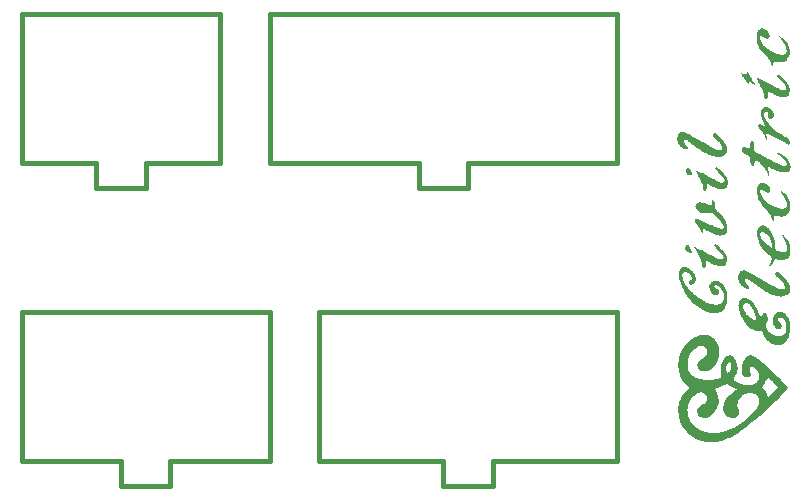
<source format=gto>
G04*
G04 #@! TF.GenerationSoftware,Altium Limited,Altium Designer,18.1.7 (191)*
G04*
G04 Layer_Color=65535*
%FSLAX44Y44*%
%MOMM*%
G71*
G01*
G75*
%ADD10C,0.4000*%
G36*
X1992798Y1794081D02*
X1993228Y1793974D01*
X1994409Y1793544D01*
X1995054Y1793222D01*
X1995698Y1792685D01*
X1995806Y1792578D01*
X1996128Y1792255D01*
X1996558Y1791718D01*
X1996987Y1791181D01*
X1997095Y1791074D01*
X1997310Y1790751D01*
X1997632Y1790214D01*
X1998061Y1789570D01*
X1998169Y1789462D01*
X1998276Y1789033D01*
X1998384Y1788496D01*
X1998491Y1787851D01*
Y1787744D01*
X1998384Y1787314D01*
X1998169Y1786777D01*
X1997847Y1786240D01*
X1997739Y1786133D01*
X1997310Y1785810D01*
X1996772Y1785595D01*
X1996128Y1785488D01*
X1995913D01*
X1995483Y1785595D01*
X1994946Y1785810D01*
X1994302Y1786025D01*
X1994194Y1786133D01*
X1993872Y1786347D01*
X1993120Y1786992D01*
X1993013Y1787099D01*
X1992798Y1787314D01*
X1992046Y1787959D01*
X1991939Y1788066D01*
X1991724Y1788173D01*
X1991187Y1788388D01*
X1991079D01*
X1990865Y1788496D01*
X1990327Y1788818D01*
Y1788710D01*
X1990220Y1788496D01*
X1990005Y1787851D01*
Y1787744D01*
X1989898Y1787529D01*
Y1786777D01*
X1990005Y1786670D01*
X1990220Y1786025D01*
X1990435Y1785166D01*
X1990865Y1784092D01*
Y1783984D01*
X1990972Y1783877D01*
X1991187Y1783340D01*
X1991616Y1782480D01*
X1992046Y1781514D01*
Y1781406D01*
X1992261Y1781191D01*
X1992476Y1780869D01*
X1992798Y1780332D01*
X1993765Y1779258D01*
X1994946Y1778184D01*
X1995054Y1778076D01*
X1995269Y1777969D01*
X1995591Y1777754D01*
X1996021Y1777432D01*
X1997095Y1776680D01*
X1998491Y1775820D01*
X1998598Y1775713D01*
X1998813Y1775606D01*
X1999243Y1775391D01*
X1999888Y1775069D01*
X2001284Y1774317D01*
X2002895Y1773457D01*
X2003003D01*
X2003325Y1773242D01*
X2003754Y1773135D01*
X2004292Y1772920D01*
X2005043Y1772598D01*
X2005903Y1772383D01*
X2007729Y1771953D01*
X2007836D01*
X2008159D01*
X2008696D01*
X2009340D01*
X2010737Y1772276D01*
X2011488Y1772491D01*
X2012026Y1772920D01*
Y1773028D01*
X2012240Y1773135D01*
X2012348Y1773565D01*
X2012563Y1773994D01*
X2012670Y1774532D01*
X2012778Y1775283D01*
X2012670Y1776143D01*
X2012563Y1777110D01*
Y1777217D01*
X2012455Y1777324D01*
X2012348Y1778076D01*
X2012026Y1778936D01*
X2011596Y1780010D01*
Y1780117D01*
X2011488Y1780225D01*
X2011059Y1780869D01*
X2010522Y1781728D01*
X2009985Y1782695D01*
Y1782803D01*
X2009877Y1782910D01*
X2009448Y1783447D01*
X2008911Y1784199D01*
X2008159Y1785058D01*
Y1785166D01*
X2007944Y1785273D01*
X2007514Y1785810D01*
X2006870Y1786670D01*
X2006118Y1787744D01*
X2006225D01*
X2006333Y1787636D01*
X2006977Y1787422D01*
X2007836Y1786992D01*
X2009018Y1786347D01*
X2010199Y1785488D01*
X2011488Y1784306D01*
X2012670Y1782803D01*
X2013637Y1781084D01*
Y1780977D01*
X2013744Y1780869D01*
X2014066Y1780225D01*
X2014389Y1779150D01*
X2014818Y1777861D01*
X2015141Y1776358D01*
X2015356Y1774746D01*
X2015248Y1772920D01*
X2014926Y1771202D01*
Y1771094D01*
X2014711Y1770772D01*
X2014496Y1770235D01*
X2014174Y1769590D01*
X2013315Y1768087D01*
X2012670Y1767335D01*
X2012026Y1766690D01*
X2011918Y1766583D01*
X2011596Y1766475D01*
X2011166Y1766153D01*
X2010522Y1765938D01*
X2009770Y1765723D01*
X2008803Y1765509D01*
X2007729Y1765401D01*
X2006655D01*
X2006547D01*
X2006440D01*
X2005903Y1765509D01*
X2005151Y1765616D01*
X2004292Y1765831D01*
X2004184D01*
X2004077Y1765938D01*
X2003540Y1766046D01*
X2002680Y1766153D01*
X2001714Y1766368D01*
Y1766153D01*
X2001606Y1765723D01*
X2001499Y1764971D01*
X2001391Y1764112D01*
Y1763897D01*
X2001284Y1763468D01*
X2001176Y1762716D01*
X2001069Y1761964D01*
X2000962D01*
X2000747D01*
X2000639D01*
X2000425D01*
X2000317Y1762179D01*
X2000210Y1762608D01*
X1999995Y1763145D01*
X1999780Y1763790D01*
Y1764005D01*
X1999565Y1764434D01*
X1999458Y1764971D01*
X1999136Y1765723D01*
Y1765831D01*
X1999028Y1766046D01*
X1998813Y1766475D01*
X1998598Y1766905D01*
X1997954Y1768087D01*
X1996987Y1769375D01*
X1996880Y1769483D01*
X1996772Y1769590D01*
X1996450Y1769913D01*
X1996021Y1770342D01*
X1995054Y1771309D01*
X1993980Y1772491D01*
X1993872Y1772598D01*
X1993550Y1772920D01*
X1993120Y1773457D01*
X1992583Y1774102D01*
X1991939Y1774854D01*
X1991187Y1775820D01*
X1989683Y1777861D01*
X1989576Y1777969D01*
X1989361Y1778398D01*
X1989038Y1778936D01*
X1988716Y1779688D01*
X1988286Y1780654D01*
X1987964Y1781621D01*
X1987642Y1782803D01*
X1987427Y1784092D01*
Y1784414D01*
X1987320Y1784736D01*
Y1785058D01*
X1987212Y1786133D01*
Y1788281D01*
X1987320Y1789248D01*
X1987535Y1790322D01*
Y1790429D01*
X1987642Y1790859D01*
X1987857Y1791288D01*
X1988179Y1791933D01*
X1988609Y1792578D01*
X1989253Y1793222D01*
X1989898Y1793759D01*
X1990865Y1794081D01*
X1990972D01*
X1991294Y1794189D01*
X1991724D01*
X1992153D01*
X1992261D01*
X1992476D01*
X1992798Y1794081D01*
D02*
G37*
G36*
X1979478Y1757882D02*
X1979693Y1757452D01*
X1980015Y1756915D01*
X1980445Y1756163D01*
X1980982Y1755304D01*
X1981519Y1754337D01*
X1982701Y1752296D01*
X1982808Y1752189D01*
X1983023Y1751867D01*
X1983238Y1751222D01*
X1983668Y1750578D01*
X1984205Y1749718D01*
X1984742Y1748859D01*
X1985816Y1746818D01*
X1985708D01*
X1985601Y1746711D01*
Y1746603D01*
X1985494Y1746496D01*
X1985386Y1746603D01*
X1984957Y1747033D01*
X1984312Y1747462D01*
X1983560Y1748107D01*
X1983345Y1748215D01*
X1982916Y1748644D01*
X1982271Y1749181D01*
X1981412Y1749826D01*
Y1749718D01*
X1981304Y1749396D01*
X1981090Y1748966D01*
X1980982Y1748429D01*
Y1748322D01*
X1980875Y1748000D01*
X1980767Y1747570D01*
X1980553Y1746926D01*
X1980445Y1747033D01*
X1980230Y1747355D01*
X1979908Y1747892D01*
X1979371Y1748429D01*
X1978834Y1749181D01*
X1978189Y1750040D01*
X1976900Y1751867D01*
X1976793Y1751974D01*
X1976578Y1752296D01*
X1976256Y1752833D01*
X1975826Y1753478D01*
X1975182Y1754230D01*
X1974537Y1755089D01*
X1973141Y1757023D01*
X1973248D01*
X1973356Y1756915D01*
X1974108Y1756700D01*
X1975074Y1756378D01*
X1976041Y1755948D01*
X1976148D01*
X1976256Y1755841D01*
X1976900Y1755626D01*
X1977760Y1755197D01*
X1978726Y1754767D01*
Y1754874D01*
X1978834Y1755304D01*
X1978941Y1755734D01*
X1979049Y1756271D01*
Y1756378D01*
X1979156Y1756700D01*
X1979263Y1757238D01*
X1979371Y1757989D01*
X1979478Y1757882D01*
D02*
G37*
G36*
X2006118Y1754982D02*
X2006225Y1754874D01*
X2006655Y1754659D01*
X2007192Y1754122D01*
X2007944Y1753585D01*
X2008696Y1752941D01*
X2009662Y1752081D01*
X2011488Y1750363D01*
X2011596Y1750255D01*
X2011811Y1749933D01*
X2012240Y1749396D01*
X2012778Y1748644D01*
X2013315Y1747785D01*
X2013959Y1746711D01*
X2014496Y1745529D01*
X2015033Y1744240D01*
Y1744025D01*
X2015141Y1743595D01*
X2015248Y1743058D01*
X2015356Y1742307D01*
Y1741662D01*
X2015248Y1741017D01*
X2015141Y1740266D01*
Y1740158D01*
X2015033Y1739943D01*
X2014926Y1739621D01*
X2014818Y1739084D01*
X2014389Y1738117D01*
X2013637Y1737258D01*
X2013529D01*
X2013422Y1737043D01*
X2012778Y1736721D01*
X2011918Y1736291D01*
X2010737Y1735969D01*
X2010629D01*
X2010414D01*
X2009985Y1735862D01*
X2009448D01*
X2008266Y1735969D01*
X2006977Y1736184D01*
X2006870D01*
X2006655Y1736291D01*
X2006333Y1736399D01*
X2005903Y1736613D01*
X2004829Y1737043D01*
X2003540Y1737580D01*
X2003432D01*
X2003325Y1737688D01*
X2003003Y1737903D01*
X2002573Y1738117D01*
X2001606Y1738547D01*
X2000425Y1739191D01*
X2000317D01*
X2000210Y1739299D01*
X1999888Y1739514D01*
X1999458Y1739729D01*
X1998491Y1740158D01*
X1997310Y1740803D01*
Y1738332D01*
X1997202Y1737903D01*
Y1737795D01*
X1997095Y1737473D01*
X1996987Y1736936D01*
X1996880Y1736399D01*
X1996772Y1736291D01*
X1996665Y1735969D01*
X1996450Y1735539D01*
X1996235Y1735110D01*
X1996128D01*
X1996021Y1734895D01*
X1995376Y1734680D01*
X1995269D01*
X1995054Y1734573D01*
X1994731D01*
X1994409D01*
X1994302D01*
X1994194Y1734680D01*
X1993980Y1734895D01*
X1993765Y1735110D01*
X1993657Y1735217D01*
X1993550Y1735432D01*
X1993443Y1735647D01*
Y1736613D01*
X1993335Y1737365D01*
Y1738225D01*
X1993120Y1739299D01*
X1992798Y1740480D01*
X1992476Y1741662D01*
X1991939Y1742844D01*
X1991831Y1742951D01*
X1991616Y1743381D01*
X1991294Y1744025D01*
X1990865Y1744777D01*
X1990435Y1745744D01*
X1989898Y1746818D01*
X1988609Y1749181D01*
X1988501Y1749289D01*
X1988394Y1749611D01*
X1988072Y1750148D01*
X1987857Y1750685D01*
X1987749Y1750793D01*
X1987642Y1751222D01*
X1987535Y1751867D01*
X1987427Y1752619D01*
X1987535D01*
X1987857Y1752404D01*
X1988286Y1752189D01*
X1988931Y1751974D01*
X1990327Y1751222D01*
X1992046Y1750363D01*
X1992153D01*
X1992476Y1750148D01*
X1992905Y1749933D01*
X1993550Y1749718D01*
X1994946Y1748966D01*
X1996665Y1748107D01*
X1996772Y1748000D01*
X1997095Y1747892D01*
X1997632Y1747570D01*
X1998276Y1747248D01*
X1999028Y1746818D01*
X1999888Y1746388D01*
X2001821Y1745314D01*
X2001928Y1745207D01*
X2002251Y1745099D01*
X2002788Y1744777D01*
X2003540Y1744455D01*
X2004292Y1744025D01*
X2005258Y1743595D01*
X2007192Y1742629D01*
X2007299D01*
X2007621Y1742414D01*
X2008051Y1742307D01*
X2008481Y1742092D01*
X2008588D01*
X2008911Y1741984D01*
X2009448Y1741877D01*
X2009985Y1741770D01*
X2010092D01*
X2010199D01*
X2010844Y1741877D01*
X2011596Y1742092D01*
X2012240Y1742629D01*
X2012348Y1742844D01*
X2012455Y1743273D01*
Y1744025D01*
X2012348Y1744455D01*
X2012133Y1744992D01*
Y1745099D01*
X2012026Y1745207D01*
X2011596Y1745851D01*
X2010951Y1746711D01*
X2010199Y1747570D01*
Y1747677D01*
X2009985Y1747785D01*
X2009555Y1748429D01*
X2008803Y1749181D01*
X2008051Y1750148D01*
X2007944Y1750255D01*
X2007621Y1750685D01*
X2007084Y1751222D01*
X2006547Y1751759D01*
X2006440Y1751867D01*
X2006010Y1752296D01*
X2005473Y1752726D01*
X2004936Y1753371D01*
X2004829Y1753585D01*
X2004721Y1753800D01*
X2004614Y1754122D01*
Y1754445D01*
X2004506Y1754982D01*
X2004614D01*
X2004721D01*
X2005366Y1755089D01*
X2005473D01*
X2005581D01*
X2006118Y1754982D01*
D02*
G37*
G36*
X1996128Y1727483D02*
X1996558Y1727376D01*
X1997847Y1726946D01*
X1998491Y1726516D01*
X1999136Y1726087D01*
X1999243Y1725979D01*
X1999458Y1725872D01*
X1999780Y1725550D01*
X2000102Y1725120D01*
X2000962Y1724046D01*
X2001284Y1723401D01*
X2001606Y1722649D01*
Y1722542D01*
X2001714Y1722327D01*
X2001821Y1721683D01*
Y1720394D01*
X2001606Y1719857D01*
X2001284Y1719105D01*
X2000747Y1718353D01*
X2000639Y1718245D01*
X2000210Y1717923D01*
X1999565Y1717708D01*
X1998706Y1717601D01*
X1998598D01*
X1998169Y1717708D01*
X1997739Y1718030D01*
X1997310Y1718568D01*
X1997202Y1718782D01*
X1997095Y1719212D01*
X1996987Y1720071D01*
Y1721145D01*
X1997095Y1721468D01*
X1997202Y1722220D01*
Y1722542D01*
X1996987Y1722864D01*
X1996558Y1723079D01*
X1996450D01*
X1996235Y1723186D01*
X1995913Y1723294D01*
X1995483D01*
X1995376D01*
X1995054D01*
X1994409Y1723079D01*
X1994302Y1722972D01*
X1993980Y1722864D01*
X1993657Y1722542D01*
X1993443Y1722112D01*
Y1722005D01*
X1993335Y1721683D01*
Y1721253D01*
X1993443Y1720823D01*
Y1720716D01*
X1993657Y1720286D01*
X1993872Y1719749D01*
X1994087Y1719105D01*
Y1718997D01*
X1994302Y1718568D01*
X1994517Y1718030D01*
X1994839Y1717493D01*
X1994946Y1717278D01*
X1995376Y1716634D01*
X1996021Y1715775D01*
X1996987Y1714593D01*
X1998061Y1713197D01*
X1999243Y1711800D01*
X2000532Y1710296D01*
X2002036Y1708793D01*
X2002251Y1708578D01*
X2002788Y1708148D01*
X2003647Y1707396D01*
X2004829Y1706537D01*
X2006225Y1705570D01*
X2007836Y1704496D01*
X2009662Y1703529D01*
X2011703Y1702562D01*
X2011811D01*
X2012133Y1702348D01*
X2012563Y1702133D01*
X2013100Y1701918D01*
X2014174Y1701166D01*
X2014604Y1700736D01*
X2014818Y1700307D01*
X2014926Y1700092D01*
Y1699770D01*
X2015033Y1699340D01*
X2015141Y1698695D01*
Y1696869D01*
X2015033Y1695580D01*
X2014926D01*
X2014818Y1695688D01*
X2014174Y1696010D01*
X2013207Y1696440D01*
X2011918Y1697084D01*
X2010414Y1697836D01*
X2008803Y1698695D01*
X2006977Y1699662D01*
X2005151Y1700629D01*
X2005043D01*
X2004936Y1700736D01*
X2004292Y1701059D01*
X2003325Y1701596D01*
X2002036Y1702348D01*
X2000532Y1703207D01*
X1998813Y1704174D01*
X1996987Y1705140D01*
X1995054Y1706322D01*
Y1706215D01*
X1995161Y1706000D01*
Y1705570D01*
X1995269Y1705140D01*
X1995591Y1703959D01*
X1995913Y1702777D01*
Y1702562D01*
X1996021Y1702240D01*
X1996128Y1701810D01*
X1996343Y1700844D01*
X1996665Y1699662D01*
X1996558D01*
X1996450D01*
X1996343D01*
X1996235Y1699555D01*
X1996128Y1699662D01*
X1995913Y1699984D01*
X1995806Y1700092D01*
X1995591Y1700522D01*
X1995483Y1700629D01*
X1995376Y1700951D01*
X1995161Y1701488D01*
X1994731Y1702133D01*
X1994409Y1702885D01*
X1993980Y1703744D01*
X1993013Y1705570D01*
X1992905Y1705677D01*
X1992798Y1706000D01*
X1992476Y1706537D01*
X1992046Y1707074D01*
X1990865Y1708578D01*
X1989361Y1710189D01*
X1989253Y1710296D01*
X1988931Y1710619D01*
X1988824Y1710726D01*
X1988716Y1711156D01*
Y1712337D01*
X1988824Y1712552D01*
X1988931Y1712767D01*
X1989146Y1712874D01*
X1989361Y1712982D01*
X1989683Y1713089D01*
X1989790D01*
X1990005D01*
X1990542D01*
X1990757Y1712982D01*
X1991187Y1712874D01*
X1991724Y1712552D01*
X1992476Y1712230D01*
X1992583Y1712122D01*
X1993013Y1712015D01*
X1993657Y1711693D01*
X1994409Y1711371D01*
Y1711478D01*
X1994302Y1711800D01*
X1994087Y1712230D01*
X1993872Y1712767D01*
X1993228Y1714163D01*
X1992583Y1715667D01*
Y1715775D01*
X1992476Y1715990D01*
X1992261Y1716419D01*
X1992046Y1717064D01*
X1991509Y1718460D01*
X1990972Y1720071D01*
Y1720286D01*
X1990865Y1720716D01*
X1990757Y1721360D01*
Y1723401D01*
X1990865Y1724153D01*
Y1724261D01*
X1990972Y1724475D01*
X1991187Y1725227D01*
X1991616Y1726087D01*
X1992368Y1726839D01*
X1992583Y1726946D01*
X1993228Y1727268D01*
X1994087Y1727483D01*
X1995376Y1727590D01*
X1995483D01*
X1995698D01*
X1996128Y1727483D01*
D02*
G37*
G36*
X1983990Y1698481D02*
X1984527Y1698266D01*
X1984849Y1697836D01*
Y1697729D01*
X1984957Y1697406D01*
X1985064Y1696977D01*
X1985171Y1696332D01*
Y1695043D01*
X1985279Y1694291D01*
Y1693110D01*
X1985171Y1692358D01*
Y1691606D01*
X1985279Y1690961D01*
X1985601Y1690210D01*
X1985708Y1690102D01*
X1986031Y1689780D01*
X1986568Y1689350D01*
X1987320Y1688920D01*
X1987427D01*
X1987642Y1688706D01*
X1988072Y1688598D01*
X1988609Y1688276D01*
X1990005Y1687632D01*
X1991616Y1686772D01*
X1991724D01*
X1991939Y1686557D01*
X1992368Y1686342D01*
X1992905Y1686128D01*
X1994194Y1685376D01*
X1995806Y1684516D01*
X1995913Y1684409D01*
X1996235Y1684302D01*
X1996772Y1683979D01*
X1997524Y1683657D01*
X1998276Y1683227D01*
X1999243Y1682798D01*
X2001176Y1681724D01*
X2001284Y1681616D01*
X2001606Y1681509D01*
X2002143Y1681187D01*
X2002895Y1680864D01*
X2003647Y1680435D01*
X2004614Y1680005D01*
X2006655Y1679038D01*
X2006870Y1678931D01*
X2007299Y1678716D01*
X2007836Y1678501D01*
X2008588Y1678179D01*
X2008803Y1678071D01*
X2009233Y1677964D01*
X2009770Y1677749D01*
X2010522Y1677642D01*
X2010629D01*
X2010737D01*
X2011381D01*
X2012026Y1677857D01*
X2012348Y1678071D01*
X2012563Y1678394D01*
X2012670Y1678609D01*
X2012778Y1679038D01*
Y1679790D01*
X2012670Y1680220D01*
X2012455Y1680649D01*
X2012348Y1680864D01*
X2012133Y1681294D01*
X2011811Y1681938D01*
X2011274Y1682583D01*
X2011166Y1682798D01*
X2010737Y1683227D01*
X2010307Y1683764D01*
X2009662Y1684409D01*
X2009448Y1684624D01*
X2008911Y1685054D01*
X2008159Y1685805D01*
X2007299Y1686665D01*
X2007192D01*
X2007084Y1686880D01*
X2006547Y1687309D01*
X2005795Y1687954D01*
X2004936Y1688706D01*
Y1688813D01*
X2005043Y1688920D01*
X2005151Y1689028D01*
X2005258Y1689243D01*
X2005366D01*
X2005473Y1689135D01*
X2006118Y1689028D01*
X2006225D01*
X2006333Y1688920D01*
X2006977Y1688706D01*
X2007084D01*
X2007299Y1688491D01*
X2007729Y1688276D01*
X2008266Y1688061D01*
X2009448Y1687309D01*
X2010844Y1686342D01*
X2010951Y1686235D01*
X2011166Y1686128D01*
X2011381Y1685805D01*
X2011811Y1685376D01*
X2012885Y1684409D01*
X2013959Y1683120D01*
Y1683013D01*
X2014174Y1682905D01*
X2014496Y1682261D01*
X2015033Y1681401D01*
X2015463Y1680327D01*
Y1680220D01*
X2015570Y1680112D01*
X2015678Y1679360D01*
X2015893Y1678394D01*
X2016000Y1677319D01*
Y1676568D01*
X2015893Y1676245D01*
Y1675816D01*
X2015463Y1674849D01*
X2015248Y1674312D01*
X2014818Y1673775D01*
X2014711Y1673667D01*
X2014604Y1673560D01*
X2014281Y1673345D01*
X2013852Y1673023D01*
X2012778Y1672593D01*
X2012133Y1672378D01*
X2011488D01*
X2011381D01*
X2011274D01*
X2010522D01*
X2009555Y1672486D01*
X2008481Y1672593D01*
X2008373D01*
X2008266D01*
X2007621Y1672808D01*
X2006762Y1673023D01*
X2005688Y1673345D01*
X2005581D01*
X2005258Y1673452D01*
X2004829Y1673667D01*
X2004184Y1673882D01*
X2002788Y1674419D01*
X2001069Y1675064D01*
X2000962D01*
X2000639Y1675279D01*
X2000210Y1675493D01*
X1999673Y1675708D01*
X1999028Y1676030D01*
X1998169Y1676460D01*
X1996450Y1677212D01*
Y1677105D01*
X1996558Y1676782D01*
X1996665Y1676353D01*
X1996772Y1675816D01*
X1997202Y1674527D01*
X1997524Y1673023D01*
Y1672915D01*
X1997632Y1672701D01*
X1997739Y1672271D01*
X1997847Y1671734D01*
X1998169Y1670445D01*
X1998491Y1669048D01*
X1998384Y1668941D01*
X1998276Y1668834D01*
X1998169D01*
X1997954Y1668726D01*
Y1668834D01*
X1997847Y1668941D01*
X1997524Y1669586D01*
X1997095Y1670445D01*
X1996665Y1671519D01*
Y1671626D01*
X1996558Y1671734D01*
X1996235Y1672486D01*
X1995806Y1673345D01*
X1995269Y1674312D01*
Y1674419D01*
X1995161Y1674527D01*
X1994731Y1675171D01*
X1994087Y1675923D01*
X1993443Y1676890D01*
Y1676997D01*
X1993228Y1677105D01*
X1992798Y1677749D01*
X1992153Y1678609D01*
X1991294Y1679468D01*
X1991079Y1679683D01*
X1990542Y1680112D01*
X1989790Y1680757D01*
X1988716Y1681509D01*
X1988609D01*
X1988501Y1681724D01*
X1987749Y1682153D01*
X1986783Y1682905D01*
X1985601Y1683872D01*
Y1683657D01*
X1985494Y1683013D01*
Y1681079D01*
X1985386Y1680649D01*
Y1680112D01*
X1985279Y1679360D01*
Y1679253D01*
X1985171Y1679146D01*
X1984957Y1678501D01*
Y1678394D01*
X1984849Y1678286D01*
X1984527Y1677749D01*
X1984420D01*
X1984205Y1677857D01*
X1983453Y1678286D01*
X1983345D01*
X1983130Y1678501D01*
X1982808Y1678609D01*
X1982701Y1678931D01*
X1982593Y1679146D01*
X1982486Y1679575D01*
X1982271Y1680220D01*
X1982056Y1680972D01*
Y1681187D01*
X1981949Y1681616D01*
Y1683227D01*
X1981841Y1683764D01*
X1981734Y1684516D01*
X1981519Y1685161D01*
X1981412Y1685268D01*
X1981090Y1685591D01*
X1980553Y1686020D01*
X1979801Y1686557D01*
X1979586Y1686665D01*
X1979156Y1686880D01*
X1978619Y1687202D01*
X1977867Y1687739D01*
X1977760Y1687846D01*
X1977330Y1688061D01*
X1976793Y1688491D01*
X1976148Y1689028D01*
X1976041Y1689135D01*
X1975934Y1689243D01*
X1975397Y1689887D01*
X1975289Y1689995D01*
X1975182Y1690210D01*
X1974967Y1690532D01*
X1974859Y1690961D01*
Y1691069D01*
X1974752Y1691176D01*
Y1691713D01*
X1974859Y1692465D01*
X1974967Y1692787D01*
X1975182Y1693110D01*
X1975289Y1693217D01*
X1975719Y1693539D01*
X1976471Y1693754D01*
X1977437D01*
X1977545D01*
X1977760Y1693647D01*
X1978404Y1693432D01*
X1978512D01*
X1978726Y1693325D01*
X1979371Y1693002D01*
X1979478D01*
X1979586Y1692895D01*
X1980230Y1692680D01*
X1980338D01*
X1980553Y1692573D01*
X1980875Y1692358D01*
X1981412Y1692143D01*
Y1692358D01*
X1981519Y1692895D01*
Y1693647D01*
X1981627Y1694399D01*
Y1694614D01*
X1981734Y1695043D01*
Y1695688D01*
X1981841Y1696440D01*
Y1696547D01*
X1981949Y1696869D01*
X1982056Y1697299D01*
X1982164Y1697836D01*
X1982271Y1697944D01*
X1982486Y1698158D01*
X1982808Y1698481D01*
X1983453Y1698588D01*
X1983668D01*
X1983990Y1698481D01*
D02*
G37*
G36*
X1924803Y1706537D02*
X1924911D01*
X1925018D01*
X1925770Y1706322D01*
X1926737Y1706107D01*
X1927811Y1705677D01*
X1927918D01*
X1928026Y1705570D01*
X1928670Y1705355D01*
X1929530Y1704926D01*
X1930496Y1704388D01*
X1930711Y1704281D01*
X1931356Y1703959D01*
X1932323Y1703422D01*
X1933611Y1702670D01*
X1935115Y1701810D01*
X1936727Y1700951D01*
X1938553Y1699877D01*
X1940379Y1698803D01*
X1940594Y1698695D01*
X1941238Y1698266D01*
X1942205Y1697729D01*
X1943386Y1696977D01*
X1944890Y1696117D01*
X1946501Y1695151D01*
X1948327Y1694184D01*
X1950154Y1693110D01*
X1950368Y1693002D01*
X1950798Y1692787D01*
X1951550Y1692358D01*
X1952517Y1692036D01*
X1952624D01*
X1952732Y1691928D01*
X1953269Y1691821D01*
X1954128Y1691606D01*
X1955095Y1691391D01*
X1955202D01*
X1955417D01*
X1956062Y1691284D01*
X1956921Y1691391D01*
X1957243Y1691606D01*
X1957565Y1691928D01*
X1957673Y1692143D01*
X1957780Y1692573D01*
X1957888Y1693432D01*
X1957780Y1693862D01*
X1957673Y1694506D01*
Y1694614D01*
X1957565Y1694828D01*
X1957458Y1695151D01*
X1957243Y1695473D01*
X1956814Y1696440D01*
X1956062Y1697406D01*
X1955954Y1697514D01*
X1955847Y1697621D01*
X1955310Y1698158D01*
X1954558Y1699018D01*
X1953591Y1699877D01*
X1953483Y1699984D01*
X1953054Y1700307D01*
X1952517Y1700736D01*
X1951980Y1701273D01*
X1951872Y1701381D01*
X1951550Y1701703D01*
X1951120Y1702133D01*
X1950691Y1702777D01*
Y1702885D01*
X1950583Y1703100D01*
X1950476Y1703422D01*
Y1704388D01*
X1950583Y1704818D01*
X1950798Y1705033D01*
X1950905Y1705140D01*
X1951013Y1705248D01*
X1951443Y1705355D01*
X1951980D01*
X1952087D01*
X1952409D01*
X1952839Y1705248D01*
X1953161Y1705033D01*
X1953269Y1704926D01*
X1953591Y1704603D01*
X1954128Y1704174D01*
X1954772Y1703637D01*
X1955524Y1702885D01*
X1956276Y1702133D01*
X1957995Y1700414D01*
X1958103Y1700307D01*
X1958425Y1699984D01*
X1958854Y1699447D01*
X1959391Y1698803D01*
X1959928Y1697944D01*
X1960573Y1696977D01*
X1961217Y1695903D01*
X1961862Y1694721D01*
X1961969Y1694614D01*
X1962077Y1694184D01*
X1962292Y1693539D01*
X1962399Y1692680D01*
X1962507Y1691713D01*
X1962399Y1690747D01*
X1962184Y1689672D01*
X1961647Y1688598D01*
X1961540Y1688491D01*
X1961325Y1688169D01*
X1960895Y1687739D01*
X1960358Y1687309D01*
X1959606Y1686772D01*
X1958747Y1686235D01*
X1957780Y1685805D01*
X1956706Y1685591D01*
X1956599D01*
X1956384D01*
X1955847Y1685483D01*
X1955739D01*
X1955524D01*
X1955095D01*
X1954665Y1685376D01*
X1954558D01*
X1954236Y1685483D01*
X1953698D01*
X1953054Y1685591D01*
X1952195Y1685805D01*
X1951335Y1686020D01*
X1949402Y1686450D01*
X1949294D01*
X1948972Y1686557D01*
X1948435Y1686772D01*
X1947791Y1686987D01*
X1947039Y1687309D01*
X1946179Y1687632D01*
X1944353Y1688383D01*
X1944246Y1688491D01*
X1943923Y1688598D01*
X1943386Y1688920D01*
X1942742Y1689350D01*
X1941990Y1689887D01*
X1941131Y1690424D01*
X1939305Y1691606D01*
X1939197Y1691713D01*
X1938875Y1691928D01*
X1938338Y1692250D01*
X1937693Y1692680D01*
X1936941Y1693217D01*
X1936082Y1693754D01*
X1934256Y1695043D01*
X1934149D01*
X1934041Y1695258D01*
X1933397Y1695688D01*
X1932537Y1696332D01*
X1931678Y1697084D01*
X1931571D01*
X1931463Y1697299D01*
X1930926Y1697729D01*
X1930067Y1698373D01*
X1929207Y1699125D01*
X1929100Y1699232D01*
X1928885Y1699340D01*
X1928348Y1699770D01*
X1928241D01*
X1928026Y1699877D01*
X1927381Y1700199D01*
X1927274D01*
X1926844Y1700307D01*
X1926415Y1700199D01*
X1925878Y1699984D01*
X1925770Y1699877D01*
X1925663Y1699662D01*
X1925555Y1699232D01*
X1925663Y1698588D01*
X1925770Y1698481D01*
X1925878Y1698051D01*
X1926200Y1697514D01*
X1926522Y1696977D01*
X1926629Y1696869D01*
X1926844Y1696440D01*
X1927166Y1695903D01*
X1927596Y1695365D01*
X1927704Y1695258D01*
X1927918Y1694936D01*
X1928348Y1694506D01*
X1928885Y1693969D01*
X1928993Y1693862D01*
X1929100Y1693539D01*
Y1692787D01*
X1928885Y1692465D01*
X1928778Y1692358D01*
X1928348Y1692036D01*
X1927811Y1691821D01*
X1927166D01*
X1926952D01*
X1926522Y1692036D01*
X1925985Y1692143D01*
X1925233Y1692465D01*
X1925126Y1692573D01*
X1924803Y1692787D01*
X1924266Y1693110D01*
X1923729Y1693539D01*
X1922977Y1694184D01*
X1922333Y1695043D01*
X1921688Y1696010D01*
X1921044Y1697192D01*
Y1697299D01*
X1920829Y1697621D01*
X1920721Y1698051D01*
X1920507Y1698588D01*
X1920184Y1699984D01*
X1919970Y1701488D01*
Y1702025D01*
X1920077Y1702670D01*
X1920292Y1703314D01*
Y1703422D01*
X1920399Y1703637D01*
X1920614Y1704388D01*
X1921151Y1705248D01*
X1921903Y1706000D01*
X1922118Y1706107D01*
X1922655Y1706429D01*
X1923622Y1706644D01*
X1924159D01*
X1924803Y1706537D01*
D02*
G37*
G36*
X1930067Y1676030D02*
X1930174Y1675923D01*
Y1675816D01*
X1930389Y1675708D01*
X1930819Y1675064D01*
X1931356Y1674204D01*
X1932108Y1673130D01*
Y1673023D01*
X1932215Y1672915D01*
X1932430Y1672593D01*
X1932537Y1672164D01*
X1932967Y1671089D01*
X1933397Y1669800D01*
X1933289D01*
X1933074D01*
X1932645Y1669693D01*
X1932108D01*
X1930926Y1669800D01*
X1930282Y1670015D01*
X1929637Y1670230D01*
X1929530D01*
X1929315Y1670337D01*
X1928670Y1670874D01*
X1927918Y1671626D01*
X1927596Y1672164D01*
X1927381Y1672808D01*
Y1672915D01*
X1927274Y1673345D01*
X1927381Y1673882D01*
X1927489Y1674634D01*
X1927596Y1674849D01*
X1927811Y1675171D01*
X1928133Y1675601D01*
X1928670Y1676030D01*
X1928778D01*
X1928885Y1676138D01*
X1929530D01*
X1929637D01*
X1929852D01*
X1930067Y1676030D01*
D02*
G37*
G36*
X1954021Y1676353D02*
X1954772Y1675816D01*
X1954880Y1675708D01*
X1955202Y1675493D01*
X1955632Y1675171D01*
X1956169Y1674742D01*
X1957458Y1673667D01*
X1958854Y1672271D01*
X1958962Y1672164D01*
X1959177Y1671949D01*
X1959499Y1671519D01*
X1959928Y1670982D01*
X1960466Y1670230D01*
X1961003Y1669478D01*
X1962077Y1667759D01*
Y1667652D01*
X1962292Y1667330D01*
X1962399Y1666900D01*
X1962614Y1666470D01*
Y1666363D01*
X1962721Y1666041D01*
X1962829Y1665611D01*
X1962936Y1665181D01*
Y1663033D01*
X1962721Y1662066D01*
X1962399Y1661100D01*
X1961969Y1660240D01*
X1961217Y1659381D01*
X1961110Y1659274D01*
X1960788Y1659059D01*
X1960358Y1658736D01*
X1959606Y1658414D01*
X1958747Y1658199D01*
X1957780Y1657984D01*
X1956599Y1658092D01*
X1955310Y1658307D01*
X1955202D01*
X1955095Y1658414D01*
X1954343Y1658629D01*
X1953376Y1658951D01*
X1952302Y1659488D01*
X1952195D01*
X1952087Y1659596D01*
X1951335Y1659918D01*
X1950368Y1660348D01*
X1949294Y1660885D01*
X1949187Y1660992D01*
X1948757Y1661100D01*
X1948113Y1661422D01*
X1947468Y1661744D01*
X1947253Y1661852D01*
X1946824Y1662066D01*
X1946179Y1662389D01*
X1945320Y1662711D01*
Y1661422D01*
X1945427Y1660777D01*
Y1659703D01*
X1945320Y1659166D01*
Y1659059D01*
X1945105Y1658736D01*
X1944675Y1657984D01*
X1944568Y1657877D01*
X1944353Y1657662D01*
X1943709Y1656910D01*
X1943601D01*
X1943386Y1656803D01*
X1943064Y1656696D01*
X1942634Y1656803D01*
X1942527D01*
X1942312Y1657018D01*
X1942097Y1657340D01*
X1941990Y1657877D01*
Y1658629D01*
X1941883Y1659381D01*
X1941775Y1660455D01*
X1941453Y1661744D01*
X1941131Y1663033D01*
X1940594Y1664429D01*
X1939949Y1665826D01*
X1939842Y1666041D01*
X1939627Y1666470D01*
X1939197Y1667115D01*
X1938660Y1668082D01*
X1938016Y1669156D01*
X1937371Y1670445D01*
X1935975Y1673130D01*
Y1673238D01*
X1935867Y1673345D01*
X1935760Y1673775D01*
X1935652Y1673990D01*
X1935438Y1674204D01*
X1935330Y1674634D01*
X1935438Y1674527D01*
X1935760Y1674419D01*
X1936297Y1674204D01*
X1936941Y1673882D01*
X1937693Y1673452D01*
X1938445Y1673023D01*
X1940271Y1672164D01*
X1940379D01*
X1940701Y1671949D01*
X1941131Y1671734D01*
X1941668Y1671412D01*
X1943172Y1670660D01*
X1944783Y1669800D01*
X1944890D01*
X1945105Y1669586D01*
X1945535Y1669478D01*
X1945964Y1669156D01*
X1947253Y1668511D01*
X1948650Y1667759D01*
X1948757D01*
X1948972Y1667545D01*
X1949402Y1667330D01*
X1949831Y1667115D01*
X1951120Y1666470D01*
X1952517Y1665719D01*
X1952624Y1665611D01*
X1952946Y1665504D01*
X1953483Y1665181D01*
X1954128Y1664967D01*
X1954236Y1664859D01*
X1954558Y1664752D01*
X1955095Y1664429D01*
X1955739Y1664215D01*
X1955847D01*
X1955954Y1664107D01*
X1956599Y1663892D01*
X1957350Y1663678D01*
X1958210D01*
X1958425D01*
X1958747Y1663785D01*
X1959284Y1664000D01*
X1959714Y1664429D01*
Y1664537D01*
X1959821Y1664644D01*
X1960036Y1665181D01*
X1960143Y1665826D01*
X1960036Y1666148D01*
X1959928Y1666470D01*
X1959821Y1666685D01*
X1959606Y1667007D01*
X1959284Y1667652D01*
X1958854Y1668189D01*
X1958747Y1668297D01*
X1958640Y1668404D01*
X1958103Y1669156D01*
X1957243Y1670015D01*
X1956384Y1671089D01*
X1956276Y1671197D01*
X1956169Y1671304D01*
X1955524Y1671949D01*
X1954665Y1672915D01*
X1953698Y1673990D01*
X1953591Y1674097D01*
X1953376Y1674312D01*
X1952839Y1674956D01*
X1952732Y1675064D01*
X1952624Y1675279D01*
X1951980Y1676030D01*
X1952195Y1676138D01*
X1952624Y1676353D01*
X1953161Y1676460D01*
X1953698D01*
X1953806D01*
X1954021Y1676353D01*
D02*
G37*
G36*
X1993443Y1663570D02*
X1994087Y1663355D01*
X1994731Y1663141D01*
X1995483Y1662711D01*
X1995591Y1662603D01*
X1995806Y1662496D01*
X1996128Y1662174D01*
X1996558Y1661744D01*
X1997524Y1660670D01*
X1998491Y1659166D01*
Y1659059D01*
X1998598Y1658629D01*
X1998706Y1658414D01*
X1998813Y1658092D01*
Y1657233D01*
X1998706Y1656481D01*
X1998384Y1655729D01*
X1998276Y1655621D01*
X1997847Y1655299D01*
X1997202Y1655192D01*
X1996772Y1655084D01*
X1996235Y1655192D01*
X1996021Y1655299D01*
X1995591Y1655406D01*
X1995054Y1655729D01*
X1994409Y1656158D01*
X1994302Y1656266D01*
X1993872Y1656588D01*
X1993335Y1656910D01*
X1992691Y1657340D01*
X1992583D01*
X1992368Y1657447D01*
X1991724Y1657877D01*
X1991616D01*
X1991402Y1657984D01*
X1990757Y1658414D01*
Y1658307D01*
X1990650Y1657984D01*
Y1657555D01*
X1990542Y1657125D01*
Y1657018D01*
X1990435Y1656803D01*
Y1655836D01*
X1990542Y1655621D01*
Y1655192D01*
X1990650Y1654762D01*
X1991079Y1653580D01*
X1991616Y1652291D01*
Y1652184D01*
X1991724Y1651969D01*
X1991939Y1651647D01*
X1992261Y1651217D01*
X1992905Y1650251D01*
X1993872Y1649176D01*
X1993980Y1649069D01*
X1994409Y1648747D01*
X1995054Y1648210D01*
X1995806Y1647458D01*
X1996772Y1646706D01*
X1997954Y1645954D01*
X1999136Y1645094D01*
X2000425Y1644343D01*
X2000532Y1644235D01*
X2001069Y1644020D01*
X2001714Y1643698D01*
X2002680Y1643376D01*
X2003862Y1642839D01*
X2005151Y1642409D01*
X2006655Y1641979D01*
X2008159Y1641657D01*
X2008266D01*
X2008696Y1641550D01*
X2009233D01*
X2009877Y1641657D01*
X2009985D01*
X2010414Y1641765D01*
X2010951Y1641872D01*
X2011596Y1642087D01*
X2011703Y1642194D01*
X2012026Y1642409D01*
X2012455Y1642731D01*
X2012885Y1643268D01*
X2012992Y1643376D01*
X2013100Y1643806D01*
X2013207Y1644343D01*
Y1645309D01*
X2013100Y1645739D01*
X2012885Y1646491D01*
X2012778Y1647243D01*
Y1647350D01*
X2012563Y1647780D01*
X2012455Y1648317D01*
X2012133Y1648961D01*
Y1649069D01*
X2011918Y1649284D01*
X2011703Y1649713D01*
X2011381Y1650251D01*
X2010629Y1651539D01*
X2009662Y1653043D01*
X2009555Y1653151D01*
X2009448Y1653366D01*
X2009125Y1653795D01*
X2008803Y1654332D01*
X2007944Y1655621D01*
X2006870Y1657125D01*
X2007084Y1657018D01*
X2007621Y1656803D01*
X2008481Y1656481D01*
X2009448Y1655836D01*
X2010629Y1654977D01*
X2011811Y1653903D01*
X2012992Y1652506D01*
X2013959Y1650788D01*
X2014066Y1650573D01*
X2014389Y1649928D01*
X2014818Y1648961D01*
X2015141Y1647780D01*
X2015570Y1646276D01*
X2015678Y1644557D01*
Y1642731D01*
X2015356Y1640798D01*
Y1640690D01*
X2015248Y1640368D01*
X2015033Y1639831D01*
X2014711Y1639187D01*
X2014389Y1638542D01*
X2013852Y1637790D01*
X2013315Y1637038D01*
X2012563Y1636394D01*
X2012455Y1636286D01*
X2012240Y1636179D01*
X2011811Y1635857D01*
X2011381Y1635642D01*
X2010629Y1635320D01*
X2009877Y1635105D01*
X2009018Y1634890D01*
X2007944D01*
X2007836D01*
X2007729D01*
X2007084Y1634997D01*
X2006225Y1635105D01*
X2005151Y1635212D01*
X2005043D01*
X2004936Y1635320D01*
X2004184Y1635427D01*
X2003217Y1635534D01*
X2002143Y1635749D01*
Y1635534D01*
X2002036Y1635105D01*
X2001928Y1634460D01*
X2001821Y1633708D01*
Y1633493D01*
X2001714Y1633064D01*
X2001606Y1632312D01*
X2001499Y1631345D01*
X2001391D01*
X2001284Y1631453D01*
X2001069Y1631560D01*
X2000962Y1631667D01*
X2000854Y1631775D01*
X2000747Y1631882D01*
Y1631990D01*
X2000639Y1632419D01*
X2000425Y1632956D01*
X2000102Y1633708D01*
X1999780Y1634568D01*
X1999350Y1635534D01*
X1998276Y1637468D01*
X1998169Y1637575D01*
X1997954Y1637898D01*
X1997524Y1638327D01*
X1997095Y1638972D01*
X1995806Y1640476D01*
X1994194Y1642194D01*
X1994087Y1642302D01*
X1993657Y1642731D01*
X1993120Y1643376D01*
X1992476Y1644128D01*
X1991724Y1645094D01*
X1990972Y1646169D01*
X1989361Y1648639D01*
X1989253Y1648854D01*
X1989038Y1649284D01*
X1988824Y1650036D01*
X1988394Y1651002D01*
X1988072Y1652184D01*
X1987857Y1653580D01*
X1987642Y1655084D01*
X1987535Y1656696D01*
Y1657770D01*
X1987642Y1658414D01*
X1987964Y1659918D01*
X1988179Y1660670D01*
X1988501Y1661314D01*
Y1661422D01*
X1988716Y1661637D01*
X1989253Y1662281D01*
X1990327Y1663033D01*
X1990972Y1663355D01*
X1991724Y1663570D01*
X1991831D01*
X1992046D01*
X1992368Y1663678D01*
X1992905D01*
X1993443Y1663570D01*
D02*
G37*
G36*
X1949402Y1650036D02*
X1949617Y1649928D01*
X1950261Y1649284D01*
X1951013Y1648424D01*
X1951765Y1647243D01*
Y1647135D01*
X1951872Y1646921D01*
X1951980Y1646598D01*
X1952087Y1646169D01*
X1952195Y1645094D01*
Y1644450D01*
X1952087Y1643698D01*
Y1643483D01*
X1951980Y1643054D01*
X1952087Y1642409D01*
X1952195Y1641765D01*
X1952302Y1641657D01*
X1952409Y1641335D01*
X1952732Y1640905D01*
X1953269Y1640368D01*
X1953376D01*
X1953483Y1640153D01*
X1954128Y1639616D01*
X1954987Y1638864D01*
X1955954Y1638005D01*
X1956062Y1637898D01*
X1956169Y1637790D01*
X1956814Y1637253D01*
X1957565Y1636394D01*
X1958317Y1635427D01*
X1958425Y1635320D01*
X1958747Y1634997D01*
X1959177Y1634353D01*
X1959714Y1633708D01*
X1960251Y1632742D01*
X1960788Y1631775D01*
X1961325Y1630593D01*
X1961755Y1629412D01*
Y1629304D01*
X1961862Y1628875D01*
X1962077Y1628230D01*
X1962184Y1627371D01*
X1962292Y1626297D01*
Y1625115D01*
X1962184Y1623826D01*
X1961969Y1622430D01*
Y1622322D01*
X1961862Y1622107D01*
X1961647Y1621355D01*
X1961217Y1620496D01*
X1960895Y1620174D01*
X1960573Y1619852D01*
X1960358Y1619744D01*
X1959821Y1619422D01*
X1958854Y1619100D01*
X1957565Y1618885D01*
X1957458D01*
X1957350D01*
X1956599Y1618777D01*
X1955632Y1618885D01*
X1954558Y1618992D01*
X1954450D01*
X1954343Y1619100D01*
X1953591Y1619315D01*
X1952732Y1619637D01*
X1951658Y1620067D01*
X1951550D01*
X1951335Y1620174D01*
X1950905Y1620389D01*
X1950476Y1620603D01*
X1949294Y1621248D01*
X1947898Y1621893D01*
X1947791D01*
X1947576Y1622000D01*
X1947253Y1622215D01*
X1946716Y1622430D01*
X1945535Y1623074D01*
X1944138Y1623719D01*
X1944031Y1623826D01*
X1943816Y1623934D01*
X1943172Y1624256D01*
X1943064Y1624363D01*
X1942849Y1624471D01*
X1942420Y1624685D01*
X1941883Y1624900D01*
Y1624256D01*
X1941990Y1623611D01*
Y1622859D01*
X1942097Y1622430D01*
Y1621893D01*
X1942205Y1621355D01*
X1942097D01*
X1941990D01*
X1941668D01*
X1941560D01*
X1941453D01*
X1941346Y1621463D01*
X1941131Y1621785D01*
X1940808Y1622215D01*
X1940486Y1622752D01*
X1939412Y1624256D01*
X1938338Y1625867D01*
X1938230Y1625974D01*
X1938016Y1626297D01*
X1937693Y1626726D01*
X1937371Y1627371D01*
X1936297Y1628767D01*
X1935223Y1630486D01*
Y1630593D01*
X1935115Y1630808D01*
X1935008Y1631130D01*
Y1631990D01*
X1935115Y1632312D01*
X1935330Y1632634D01*
Y1632742D01*
X1935545Y1632849D01*
X1935867Y1632956D01*
X1936297Y1633064D01*
X1936404D01*
X1936619D01*
X1937371D01*
X1937478D01*
X1937801Y1632849D01*
X1938445Y1632634D01*
X1939090Y1632312D01*
X1939949Y1631990D01*
X1940916Y1631560D01*
X1942957Y1630593D01*
X1943064Y1630486D01*
X1943386Y1630379D01*
X1943923Y1630164D01*
X1944675Y1629841D01*
X1945427Y1629412D01*
X1946394Y1628982D01*
X1948435Y1628015D01*
X1948542D01*
X1948757Y1627908D01*
X1949079Y1627693D01*
X1949617Y1627478D01*
X1950798Y1626941D01*
X1952195Y1626404D01*
X1952302D01*
X1952517Y1626297D01*
X1952839Y1626082D01*
X1953376Y1625974D01*
X1954450Y1625437D01*
X1955847Y1624900D01*
X1955954D01*
X1956169Y1624793D01*
X1956921Y1624685D01*
X1957028D01*
X1957243D01*
X1957780Y1624578D01*
X1957995D01*
X1958425D01*
X1958962Y1624793D01*
X1959391Y1625222D01*
X1959499Y1625330D01*
X1959606Y1625652D01*
X1959714Y1626189D01*
X1959606Y1626834D01*
X1959499Y1626941D01*
Y1627048D01*
X1959391Y1627156D01*
X1959284Y1627263D01*
X1959069Y1627693D01*
X1958640Y1628230D01*
X1958103Y1628875D01*
X1957565Y1629734D01*
X1956814Y1630701D01*
X1955310Y1632742D01*
X1955202Y1632849D01*
X1954880Y1633171D01*
X1954450Y1633708D01*
X1953913Y1634353D01*
X1953161Y1635105D01*
X1952302Y1635964D01*
X1950368Y1637575D01*
X1950261Y1637683D01*
X1949831Y1637898D01*
X1949294Y1638112D01*
X1948757Y1638220D01*
X1948650D01*
X1948220D01*
X1947576Y1638112D01*
X1946931Y1638005D01*
X1946824D01*
X1946394Y1637898D01*
X1945857Y1637790D01*
X1945105Y1637683D01*
X1944246D01*
X1943279D01*
X1942312D01*
X1941346Y1637898D01*
X1941238D01*
X1940916Y1638005D01*
X1940379Y1638220D01*
X1939734Y1638542D01*
X1938982Y1638972D01*
X1938230Y1639616D01*
X1937371Y1640368D01*
X1936619Y1641228D01*
X1936512Y1641335D01*
X1936190Y1641765D01*
X1935867Y1642302D01*
X1935545Y1642946D01*
X1935438Y1643161D01*
X1935330Y1643591D01*
Y1644235D01*
X1935545Y1644987D01*
Y1645094D01*
X1935652Y1645202D01*
X1935975Y1645632D01*
X1936512Y1646169D01*
X1937156Y1646598D01*
X1937371D01*
X1937801Y1646706D01*
X1938553Y1646813D01*
X1939412D01*
X1939627D01*
X1940164D01*
X1940916Y1646706D01*
X1941775Y1646598D01*
X1941990D01*
X1942527Y1646491D01*
X1943172Y1646276D01*
X1944031Y1646061D01*
X1944246D01*
X1944783Y1645846D01*
X1945427Y1645632D01*
X1946287Y1645309D01*
X1946501Y1645202D01*
X1947039Y1645094D01*
X1947791Y1644772D01*
X1948650Y1644450D01*
Y1644557D01*
X1948865Y1644665D01*
X1949187Y1645309D01*
X1949402Y1646169D01*
Y1646706D01*
X1949294Y1647243D01*
Y1647350D01*
X1949187Y1647458D01*
X1949079Y1648102D01*
Y1649069D01*
X1949294Y1650143D01*
X1949402Y1650036D01*
D02*
G37*
G36*
X1928778Y1611044D02*
X1929207Y1610829D01*
X1929315D01*
X1929422Y1610721D01*
X1929637Y1610614D01*
X1929745Y1610399D01*
Y1610291D01*
X1929852Y1610184D01*
X1930174Y1609647D01*
X1930604Y1608788D01*
X1931141Y1607928D01*
Y1607821D01*
X1931248Y1607713D01*
X1931571Y1607177D01*
X1932000Y1606425D01*
X1932430Y1605565D01*
Y1604706D01*
X1932323Y1604491D01*
X1932108Y1604276D01*
X1931893Y1604169D01*
X1931785D01*
X1931356Y1604061D01*
X1930604Y1604169D01*
X1930174Y1604276D01*
X1929637Y1604491D01*
X1929530D01*
X1929315Y1604599D01*
X1928670Y1605028D01*
X1927918Y1605673D01*
X1927166Y1606425D01*
X1927059Y1606532D01*
X1926844Y1606962D01*
X1926629Y1607606D01*
X1926522Y1608251D01*
Y1608466D01*
X1926629Y1608895D01*
X1926844Y1609432D01*
X1927381Y1610184D01*
Y1610291D01*
X1927489Y1610399D01*
X1927918Y1610721D01*
X1928133Y1610829D01*
X1928563Y1611151D01*
X1928778Y1611044D01*
D02*
G37*
G36*
X1952946Y1611366D02*
X1953591Y1611044D01*
X1953698Y1610936D01*
X1954021Y1610721D01*
X1954558Y1610399D01*
X1955095Y1609862D01*
X1956599Y1608573D01*
X1958210Y1606962D01*
X1958317Y1606854D01*
X1958532Y1606639D01*
X1958962Y1606210D01*
X1959391Y1605565D01*
X1959928Y1604813D01*
X1960466Y1604061D01*
X1961110Y1603095D01*
X1961647Y1602021D01*
Y1601913D01*
X1961755Y1601806D01*
X1961862Y1601483D01*
X1961969Y1601054D01*
X1962184Y1600087D01*
X1962292Y1598905D01*
Y1598261D01*
X1962184Y1597831D01*
X1961969Y1596864D01*
X1961647Y1595683D01*
Y1595576D01*
X1961540Y1595468D01*
X1961110Y1594824D01*
X1960466Y1594072D01*
X1959499Y1593320D01*
X1959391D01*
X1959177Y1593212D01*
X1958854Y1593105D01*
X1958425Y1592997D01*
X1957350Y1592890D01*
X1955954D01*
X1955847D01*
X1955739D01*
X1955095Y1593105D01*
X1954236Y1593320D01*
X1953269Y1593642D01*
X1953161D01*
X1953054Y1593749D01*
X1952409Y1593964D01*
X1951550Y1594286D01*
X1950583Y1594609D01*
X1950476D01*
X1950368Y1594716D01*
X1949724Y1595038D01*
X1948865Y1595468D01*
X1947791Y1596005D01*
X1947683D01*
X1947576Y1596113D01*
X1946931Y1596542D01*
X1945964Y1596972D01*
X1944783Y1597616D01*
Y1595038D01*
X1944675Y1594609D01*
Y1594501D01*
X1944568Y1594179D01*
X1944461Y1593749D01*
X1944246Y1593212D01*
X1944138Y1593105D01*
X1944031Y1592783D01*
X1943601Y1592031D01*
X1943494Y1591923D01*
X1943172Y1591709D01*
X1942634Y1591494D01*
X1942097Y1591601D01*
X1941990D01*
X1941668Y1591816D01*
X1941346Y1592246D01*
X1941238Y1592783D01*
Y1593427D01*
X1941131Y1594072D01*
X1941023Y1595038D01*
X1940916Y1596005D01*
X1940594Y1597187D01*
X1940271Y1598261D01*
X1939734Y1599442D01*
X1939627Y1599550D01*
X1939519Y1599980D01*
X1939197Y1600624D01*
X1938768Y1601376D01*
X1938338Y1602343D01*
X1937801Y1603309D01*
X1936619Y1605565D01*
X1936512Y1605673D01*
X1936297Y1606102D01*
X1935975Y1606639D01*
X1935652Y1607284D01*
X1935545Y1607391D01*
X1935330Y1607928D01*
X1935008Y1608573D01*
X1934578Y1609432D01*
X1934686Y1609325D01*
X1935008Y1609217D01*
X1935545Y1609003D01*
X1936190Y1608680D01*
X1937693Y1607821D01*
X1939412Y1606962D01*
X1939519D01*
X1939842Y1606747D01*
X1940271Y1606639D01*
X1940808Y1606317D01*
X1942312Y1605673D01*
X1943923Y1604813D01*
X1944031D01*
X1944246Y1604599D01*
X1944675Y1604491D01*
X1945105Y1604169D01*
X1946394Y1603524D01*
X1947791Y1602772D01*
X1947898D01*
X1948113Y1602558D01*
X1948542Y1602343D01*
X1948972Y1602128D01*
X1950261Y1601376D01*
X1951765Y1600624D01*
X1951872Y1600517D01*
X1952195Y1600409D01*
X1952732Y1600087D01*
X1953376Y1599872D01*
X1953483Y1599765D01*
X1953806Y1599657D01*
X1954343Y1599335D01*
X1954987Y1599120D01*
X1955095D01*
X1955202Y1599013D01*
X1955847Y1598798D01*
X1956706Y1598583D01*
X1957565Y1598476D01*
X1957673D01*
X1958103Y1598583D01*
X1958640Y1598798D01*
X1959069Y1599228D01*
Y1599335D01*
X1959177Y1599442D01*
X1959284Y1599980D01*
X1959391Y1600624D01*
X1959284Y1601054D01*
X1959177Y1601376D01*
X1959069Y1601483D01*
X1958854Y1601913D01*
X1958532Y1602450D01*
X1958103Y1603095D01*
Y1603202D01*
X1957888Y1603309D01*
X1957350Y1603954D01*
X1956599Y1604813D01*
X1955739Y1605887D01*
X1955632Y1605995D01*
X1955524Y1606102D01*
X1954987Y1606747D01*
X1954128Y1607606D01*
X1953269Y1608573D01*
X1953161Y1608680D01*
X1952946Y1608895D01*
X1952302Y1609647D01*
X1952195Y1609754D01*
X1951980Y1609969D01*
X1951335Y1610721D01*
X1951443Y1610829D01*
X1951765Y1611151D01*
X1952195Y1611366D01*
X1952624Y1611473D01*
X1952732D01*
X1952946Y1611366D01*
D02*
G37*
G36*
X1993872Y1627371D02*
X1994517Y1627263D01*
X1994624D01*
X1994731Y1627156D01*
X1995483Y1626726D01*
X1996343Y1626082D01*
X1997202Y1625222D01*
Y1625115D01*
X1997417Y1625008D01*
X1997632Y1624685D01*
X1997954Y1624256D01*
X1998598Y1623289D01*
X1999350Y1622107D01*
Y1622000D01*
X1999565Y1621785D01*
X1999673Y1621463D01*
X1999995Y1621033D01*
X2000532Y1619959D01*
X2001069Y1618777D01*
Y1618670D01*
X2001284Y1618348D01*
X2001391Y1617918D01*
X2001714Y1617274D01*
X2001928Y1616522D01*
X2002251Y1615662D01*
X2002788Y1613836D01*
Y1613729D01*
X2002895Y1613407D01*
X2003003Y1612870D01*
X2003110Y1612225D01*
X2003217Y1611473D01*
Y1608358D01*
X2003325Y1607821D01*
X2003432Y1607177D01*
X2003754Y1606425D01*
X2003862Y1606317D01*
X2004184Y1606102D01*
X2004829Y1605780D01*
X2005688Y1605565D01*
X2005903D01*
X2006333Y1605458D01*
X2007084Y1605350D01*
X2007944Y1605136D01*
X2008159D01*
X2008588Y1605028D01*
X2009340Y1604921D01*
X2010092D01*
X2010199D01*
X2010414D01*
X2011059Y1605028D01*
X2011811Y1605243D01*
X2012133Y1605458D01*
X2012348Y1605673D01*
X2012455Y1605780D01*
X2012778Y1606317D01*
X2012992Y1607069D01*
X2013207Y1608143D01*
Y1608788D01*
X2013100Y1609217D01*
X2012885Y1610291D01*
X2012563Y1611473D01*
Y1611581D01*
X2012455Y1611795D01*
X2012348Y1612118D01*
X2012240Y1612440D01*
X2011811Y1613514D01*
X2011274Y1614588D01*
X2011166Y1614803D01*
X2010951Y1615233D01*
X2010629Y1615985D01*
X2010199Y1616736D01*
Y1616844D01*
X2010092Y1616951D01*
X2009877Y1617489D01*
X2009555Y1618240D01*
X2009125Y1618992D01*
X2009233D01*
X2009448Y1619100D01*
X2009555Y1619207D01*
X2009877Y1619315D01*
X2009985Y1619207D01*
X2010307Y1618885D01*
X2010737Y1618348D01*
X2011381Y1617596D01*
X2012133Y1616736D01*
X2012778Y1615662D01*
X2014281Y1613407D01*
X2014389Y1613299D01*
X2014496Y1612870D01*
X2014818Y1612118D01*
X2015141Y1611258D01*
X2015356Y1610184D01*
X2015678Y1608895D01*
X2015785Y1607499D01*
Y1605887D01*
X2015678Y1605458D01*
X2015570Y1605243D01*
Y1604599D01*
X2015463Y1604169D01*
X2015356Y1603524D01*
X2015141Y1602665D01*
X2014711Y1601806D01*
X2014281Y1600839D01*
X2013529Y1600087D01*
X2012670Y1599335D01*
X2012563Y1599228D01*
X2012240Y1599120D01*
X2011703Y1598798D01*
X2010951Y1598583D01*
X2010092Y1598368D01*
X2009125Y1598154D01*
X2007944Y1598046D01*
X2006762Y1598154D01*
X2006547D01*
X2006118Y1598261D01*
X2005581Y1598476D01*
X2004829Y1598691D01*
X2004614Y1598798D01*
X2004184Y1598905D01*
X2003647D01*
X2003003Y1598798D01*
X2002895Y1598691D01*
X2002573Y1598476D01*
X2002251Y1598154D01*
X2001928Y1597509D01*
X2001821Y1597294D01*
X2001606Y1596864D01*
X2001284Y1596327D01*
X2000962Y1595683D01*
X2000854Y1595576D01*
X2000639Y1595146D01*
X2000210Y1594609D01*
X1999673Y1593964D01*
X1999565Y1593857D01*
X1999136Y1593535D01*
X1998598Y1593105D01*
X1997739Y1592783D01*
Y1592890D01*
X1997847Y1592997D01*
X1998061Y1593535D01*
X1998276Y1594286D01*
X1998598Y1595038D01*
X1998706Y1595253D01*
X1998921Y1595683D01*
X1999243Y1596327D01*
X1999565Y1597079D01*
Y1597187D01*
X1999673Y1597402D01*
X1999780Y1597724D01*
X1999888Y1598154D01*
X2000102Y1599120D01*
Y1599980D01*
X1999995Y1600087D01*
X1999780Y1600624D01*
X1999243Y1601269D01*
X1998813Y1601698D01*
X1998276Y1602128D01*
X1998061Y1602235D01*
X1997632Y1602665D01*
X1996880Y1603202D01*
X1995913Y1604061D01*
X1994946Y1605028D01*
X1993872Y1606102D01*
X1992691Y1607391D01*
X1991724Y1608680D01*
X1991616Y1608895D01*
X1991294Y1609325D01*
X1990865Y1610077D01*
X1990327Y1611151D01*
X1989683Y1612440D01*
X1989038Y1613944D01*
X1988501Y1615555D01*
X1988072Y1617274D01*
Y1617489D01*
X1987964Y1618026D01*
X1987857Y1618777D01*
X1987749Y1619637D01*
Y1622322D01*
X1987857Y1622645D01*
Y1622967D01*
X1988072Y1624041D01*
X1988501Y1625115D01*
Y1625222D01*
X1988609Y1625330D01*
X1989146Y1625867D01*
X1989898Y1626619D01*
X1991079Y1627156D01*
X1991187D01*
X1991402Y1627263D01*
X1991724Y1627371D01*
X1992153D01*
X1993335Y1627478D01*
X1993872Y1627371D01*
D02*
G37*
G36*
X1926844Y1592460D02*
X1926952D01*
X1927274Y1592353D01*
X1927918Y1592138D01*
X1928670Y1591816D01*
X1929530Y1591386D01*
X1930496Y1590742D01*
X1931571Y1589990D01*
X1932752Y1589023D01*
X1932860Y1588916D01*
X1933182Y1588486D01*
X1933719Y1587949D01*
X1934256Y1587090D01*
X1934901Y1586015D01*
X1935330Y1584834D01*
X1935652Y1583437D01*
X1935760Y1581934D01*
Y1581719D01*
X1935652Y1580967D01*
X1935438Y1580108D01*
X1935008Y1579248D01*
X1934901Y1579033D01*
X1934471Y1578604D01*
X1933826Y1578067D01*
X1932967Y1577422D01*
X1932860Y1577315D01*
X1932430D01*
X1931893Y1577207D01*
X1931248Y1577422D01*
X1931141Y1577529D01*
X1930819Y1577744D01*
X1930389Y1578174D01*
X1930174Y1578711D01*
Y1578819D01*
X1930067Y1579141D01*
Y1580322D01*
X1930174Y1580645D01*
X1930604Y1580859D01*
X1930819Y1580967D01*
X1931248Y1581074D01*
X1931463D01*
X1931893Y1581182D01*
X1932323Y1581396D01*
X1932537Y1581826D01*
Y1583330D01*
X1932430Y1583545D01*
X1932323Y1583867D01*
X1932108Y1584297D01*
X1931893Y1584834D01*
X1931463Y1585371D01*
X1930926Y1585908D01*
X1930282Y1586445D01*
X1930174Y1586552D01*
X1929959Y1586660D01*
X1929637Y1586875D01*
X1929100Y1587197D01*
X1927918Y1587627D01*
X1927274Y1587734D01*
X1926629D01*
X1926522D01*
X1926415D01*
X1925985Y1587627D01*
X1925448Y1587412D01*
X1924911Y1586982D01*
X1924803Y1586875D01*
X1924588Y1586552D01*
X1924481Y1586015D01*
X1924374Y1585371D01*
Y1584726D01*
X1924481Y1584189D01*
X1924588Y1583437D01*
Y1583330D01*
X1924696Y1582900D01*
X1924803Y1582256D01*
X1925018Y1581611D01*
Y1581504D01*
X1925233Y1581074D01*
X1925448Y1580537D01*
X1925878Y1579785D01*
X1926307Y1578819D01*
X1926844Y1577852D01*
X1928133Y1575918D01*
X1928241Y1575811D01*
X1928456Y1575489D01*
X1928885Y1574951D01*
X1929422Y1574307D01*
X1930067Y1573555D01*
X1930819Y1572803D01*
X1932537Y1571084D01*
X1932645Y1570977D01*
X1933074Y1570655D01*
X1933611Y1570118D01*
X1934363Y1569366D01*
X1935330Y1568614D01*
X1936404Y1567755D01*
X1938768Y1566036D01*
X1938875Y1565928D01*
X1939305Y1565714D01*
X1940056Y1565284D01*
X1940916Y1564747D01*
X1941883Y1564102D01*
X1943064Y1563458D01*
X1945642Y1562061D01*
X1945750D01*
X1945964Y1561954D01*
X1946287Y1561739D01*
X1946824Y1561524D01*
X1948005Y1561095D01*
X1949402Y1560665D01*
X1949509D01*
X1949724Y1560558D01*
X1950154D01*
X1950583Y1560450D01*
X1951980Y1560343D01*
X1953483D01*
X1953591D01*
X1953806D01*
X1954236Y1560450D01*
X1954772Y1560558D01*
X1955954Y1560987D01*
X1957243Y1561632D01*
X1957350Y1561739D01*
X1957458Y1561847D01*
X1957995Y1562491D01*
X1958640Y1563458D01*
X1959284Y1564854D01*
Y1564962D01*
X1959391Y1565391D01*
X1959499Y1565928D01*
X1959606Y1566788D01*
Y1567647D01*
X1959499Y1568721D01*
X1959284Y1569903D01*
X1958854Y1571192D01*
X1958747Y1571299D01*
X1958640Y1571729D01*
X1958317Y1572374D01*
X1957888Y1573125D01*
X1957350Y1573985D01*
X1956599Y1574844D01*
X1955847Y1575596D01*
X1954880Y1576241D01*
X1954772D01*
X1954558Y1576348D01*
X1953913Y1576670D01*
X1953806D01*
X1953591Y1576778D01*
X1952946Y1576885D01*
X1952839D01*
X1952732D01*
X1952409D01*
X1952087Y1576778D01*
X1951980D01*
X1951872Y1576670D01*
X1951658Y1576455D01*
X1951550Y1576241D01*
X1951443Y1576026D01*
Y1575811D01*
X1951550Y1575489D01*
Y1575381D01*
X1951658Y1575166D01*
X1951765Y1574951D01*
X1951980Y1574737D01*
X1952087D01*
X1952195Y1574522D01*
X1952839Y1574307D01*
X1952946D01*
X1953161Y1574200D01*
X1953806Y1573877D01*
X1954021Y1573770D01*
X1954450Y1573555D01*
X1954987Y1573125D01*
X1955417Y1572588D01*
X1955524Y1572481D01*
X1955632Y1572051D01*
Y1571407D01*
X1955524Y1570547D01*
Y1570333D01*
X1955310Y1569903D01*
X1954987Y1569366D01*
X1954450Y1568936D01*
X1954343Y1568829D01*
X1953913Y1568721D01*
X1953269Y1568614D01*
X1952302D01*
X1952195D01*
X1951980Y1568721D01*
X1951658D01*
X1951228Y1568829D01*
X1950261Y1569258D01*
X1949402Y1570010D01*
Y1570118D01*
X1949187Y1570225D01*
X1948865Y1570870D01*
X1948327Y1571729D01*
X1947791Y1572911D01*
Y1573018D01*
X1947683Y1573233D01*
X1947576Y1573555D01*
Y1573985D01*
X1947361Y1575059D01*
Y1576563D01*
X1947683Y1577207D01*
X1948113Y1578174D01*
X1948542Y1578604D01*
X1948972Y1579141D01*
Y1579248D01*
X1949187Y1579356D01*
X1949724Y1579893D01*
X1950583Y1580322D01*
X1951120Y1580537D01*
X1951658Y1580645D01*
X1951765D01*
X1951872D01*
X1952195D01*
X1952624D01*
X1953591D01*
X1954772Y1580322D01*
X1954880D01*
X1955310Y1580108D01*
X1955847Y1579893D01*
X1956491Y1579463D01*
X1957243Y1579033D01*
X1957888Y1578496D01*
X1958640Y1577744D01*
X1959284Y1576992D01*
X1959391Y1576885D01*
X1959499Y1576563D01*
X1959821Y1576026D01*
X1960143Y1575381D01*
X1960573Y1574629D01*
X1961003Y1573770D01*
X1961755Y1571729D01*
X1961862Y1571514D01*
X1961969Y1570977D01*
X1962184Y1570118D01*
X1962292Y1569151D01*
Y1568936D01*
X1962399Y1568292D01*
X1962507Y1567432D01*
X1962614Y1566466D01*
Y1565606D01*
X1962507Y1565069D01*
X1962399Y1564425D01*
X1962292Y1563565D01*
X1961862Y1561739D01*
X1961217Y1559806D01*
X1960251Y1557765D01*
X1958962Y1555939D01*
X1958210Y1555187D01*
X1957243Y1554435D01*
X1957136D01*
X1957028Y1554328D01*
X1956706Y1554113D01*
X1956276Y1554005D01*
X1955739Y1553790D01*
X1955202Y1553576D01*
X1953591Y1553253D01*
X1951658Y1553146D01*
X1949402Y1553253D01*
X1948220Y1553468D01*
X1946824Y1553683D01*
X1945535Y1554220D01*
X1944031Y1554757D01*
X1943923D01*
X1943601Y1554972D01*
X1943172Y1555187D01*
X1942634Y1555509D01*
X1941883Y1555939D01*
X1941023Y1556368D01*
X1938982Y1557657D01*
X1936727Y1559269D01*
X1934471Y1561095D01*
X1932108Y1563243D01*
X1929959Y1565714D01*
X1929852Y1565821D01*
X1929745Y1566036D01*
X1929422Y1566466D01*
X1929100Y1567003D01*
X1928563Y1567647D01*
X1928133Y1568399D01*
X1927489Y1569366D01*
X1926844Y1570333D01*
X1925555Y1572696D01*
X1924266Y1575489D01*
X1922977Y1578496D01*
X1921903Y1581826D01*
Y1581934D01*
X1921796Y1582148D01*
Y1582471D01*
X1921688Y1582900D01*
X1921581Y1584082D01*
X1921688Y1585478D01*
Y1585801D01*
X1921796Y1586230D01*
Y1586660D01*
X1921903Y1587841D01*
X1922118Y1589238D01*
Y1589345D01*
X1922225Y1589560D01*
X1922440Y1590312D01*
X1922977Y1591171D01*
X1923837Y1591923D01*
X1923944D01*
X1924051Y1592031D01*
X1924696Y1592353D01*
X1925663Y1592568D01*
X1926200D01*
X1926844Y1592460D01*
D02*
G37*
G36*
X1977330Y1589238D02*
X1978404Y1588916D01*
X1978512D01*
X1978619Y1588808D01*
X1979156Y1588593D01*
X1980015Y1588271D01*
X1980875Y1587841D01*
X1981090Y1587734D01*
X1981627Y1587412D01*
X1982379Y1586982D01*
X1983238Y1586552D01*
X1983345D01*
X1983453Y1586445D01*
X1984097Y1586015D01*
X1985064Y1585478D01*
X1986353Y1584726D01*
X1987964Y1583867D01*
X1989576Y1582793D01*
X1991402Y1581719D01*
X1993335Y1580645D01*
X1993443D01*
X1993550Y1580537D01*
X1994194Y1580108D01*
X1995269Y1579570D01*
X1996558Y1578819D01*
X1998061Y1577959D01*
X1999780Y1576992D01*
X2001606Y1576026D01*
X2003540Y1574951D01*
X2003754Y1574844D01*
X2004292Y1574629D01*
X2005043Y1574200D01*
X2006010Y1573877D01*
X2006118D01*
X2006225D01*
X2006870Y1573663D01*
X2007729Y1573555D01*
X2008696Y1573340D01*
X2008803D01*
X2008911D01*
X2009555D01*
X2010199Y1573555D01*
X2010844Y1573985D01*
X2010951Y1574092D01*
X2011059Y1574522D01*
Y1575274D01*
X2010951Y1576348D01*
Y1576455D01*
X2010844Y1576670D01*
X2010737Y1576992D01*
X2010629Y1577422D01*
X2010092Y1578389D01*
X2009340Y1579356D01*
X2009233Y1579463D01*
X2009125Y1579570D01*
X2008588Y1580215D01*
X2007729Y1580967D01*
X2006762Y1581934D01*
X2006655Y1582041D01*
X2006333Y1582256D01*
X2005903Y1582686D01*
X2005366Y1583223D01*
X2005258Y1583330D01*
X2004936Y1583652D01*
X2004506Y1584082D01*
X2003969Y1584512D01*
X2003862Y1584619D01*
X2003647Y1585049D01*
X2003325Y1585478D01*
X2003110Y1586123D01*
Y1586660D01*
X2003217Y1587197D01*
X2003647Y1587734D01*
X2003754Y1587841D01*
X2004077Y1588056D01*
X2004614Y1588271D01*
X2005151D01*
X2005258Y1588164D01*
X2005581Y1588056D01*
X2006010Y1587734D01*
X2006547Y1587412D01*
X2006655Y1587304D01*
X2006977Y1587090D01*
X2007407Y1586660D01*
X2007944Y1586123D01*
X2009340Y1584726D01*
X2010951Y1583115D01*
X2011059Y1583008D01*
X2011274Y1582793D01*
X2011596Y1582256D01*
X2012133Y1581719D01*
X2012670Y1581074D01*
X2013207Y1580215D01*
X2014389Y1578389D01*
X2014496Y1578174D01*
X2014818Y1577529D01*
X2015141Y1576670D01*
X2015463Y1575489D01*
X2015678Y1574200D01*
Y1572911D01*
X2015356Y1571514D01*
X2015141Y1570870D01*
X2014711Y1570225D01*
X2014604Y1570118D01*
X2014281Y1569688D01*
X2013637Y1569258D01*
X2012885Y1568614D01*
X2011918Y1568077D01*
X2010629Y1567540D01*
X2009233Y1567218D01*
X2007621Y1567003D01*
X2007514D01*
X2007192Y1567110D01*
X2006655Y1567218D01*
X2005903Y1567325D01*
X2005151Y1567432D01*
X2004184Y1567647D01*
X2002251Y1568184D01*
X2002143D01*
X2001821Y1568292D01*
X2001284Y1568506D01*
X2000532Y1568721D01*
X1999780Y1569044D01*
X1998813Y1569366D01*
X1996987Y1570333D01*
X1996880Y1570440D01*
X1996558Y1570655D01*
X1995913Y1570977D01*
X1995269Y1571407D01*
X1994409Y1571836D01*
X1993550Y1572481D01*
X1991616Y1573770D01*
X1991509Y1573877D01*
X1991187Y1574092D01*
X1990650Y1574414D01*
X1989898Y1574951D01*
X1989146Y1575489D01*
X1988179Y1576133D01*
X1986246Y1577422D01*
X1986138D01*
X1986031Y1577529D01*
X1985494Y1577959D01*
X1984634Y1578604D01*
X1983775Y1579248D01*
X1983668D01*
X1983560Y1579463D01*
X1982916Y1579893D01*
X1982164Y1580537D01*
X1981197Y1581289D01*
X1981090Y1581396D01*
X1980875Y1581504D01*
X1980230Y1581934D01*
X1980123Y1582041D01*
X1979908Y1582148D01*
X1979156Y1582471D01*
X1978941D01*
X1978619D01*
X1978082D01*
X1977652Y1582148D01*
X1977545Y1582041D01*
X1977437Y1581826D01*
X1977330Y1581396D01*
X1977437Y1580752D01*
Y1580645D01*
X1977545Y1580430D01*
X1977867Y1579678D01*
Y1579570D01*
X1977975Y1579356D01*
X1978404Y1578711D01*
Y1578604D01*
X1978619Y1578496D01*
X1979156Y1577959D01*
X1979263D01*
X1979371Y1577744D01*
X1979801Y1577207D01*
X1979908Y1577100D01*
X1980015Y1576885D01*
X1980338Y1576455D01*
X1980553Y1575918D01*
X1980660Y1575811D01*
X1980767Y1575489D01*
X1980875Y1575059D01*
Y1574737D01*
X1980767Y1574629D01*
X1980553Y1574307D01*
X1980123Y1573985D01*
X1979586Y1573877D01*
X1979478D01*
X1979049D01*
X1978512Y1573985D01*
X1977975Y1574200D01*
X1977867Y1574307D01*
X1977437Y1574414D01*
X1976900Y1574737D01*
X1976363Y1575059D01*
X1976256Y1575166D01*
X1975934Y1575381D01*
X1975504Y1575703D01*
X1974967Y1576133D01*
X1974859Y1576241D01*
X1974645Y1576455D01*
X1974430Y1576778D01*
X1974000Y1577207D01*
X1973248Y1578281D01*
X1972496Y1579570D01*
Y1579678D01*
X1972389Y1579893D01*
X1972281Y1580322D01*
X1972067Y1580859D01*
X1971852Y1582256D01*
X1971637Y1583760D01*
Y1584297D01*
X1971744Y1584941D01*
X1971852Y1585586D01*
X1972067Y1586338D01*
X1972389Y1587197D01*
X1972818Y1587841D01*
X1973463Y1588486D01*
X1973570Y1588593D01*
X1973785Y1588701D01*
X1974215Y1588916D01*
X1974752Y1589131D01*
X1975504Y1589238D01*
X1976363Y1589345D01*
X1977330Y1589238D01*
D02*
G37*
G36*
X1978404Y1565714D02*
X1979586Y1565499D01*
X1980875Y1564962D01*
X1980982D01*
X1981090Y1564854D01*
X1981627Y1564532D01*
X1982486Y1563888D01*
X1983345Y1563136D01*
X1983560Y1562921D01*
X1983990Y1562384D01*
X1984634Y1561632D01*
X1985171Y1560773D01*
X1985279Y1560665D01*
X1985386Y1560450D01*
X1985601Y1560021D01*
X1985923Y1559591D01*
X1986675Y1558194D01*
X1987427Y1556691D01*
Y1556583D01*
X1987642Y1556368D01*
X1987749Y1555939D01*
X1988072Y1555402D01*
X1988716Y1554005D01*
X1989468Y1552501D01*
Y1552394D01*
X1989576Y1552072D01*
X1990005Y1551320D01*
Y1551212D01*
X1990220Y1550890D01*
X1990435Y1550353D01*
X1990757Y1549709D01*
X1990865Y1549923D01*
X1991079Y1550246D01*
X1991294Y1550783D01*
X1991616Y1551320D01*
Y1551427D01*
X1991831Y1551642D01*
X1992261Y1552394D01*
Y1552501D01*
X1992476Y1552609D01*
X1992905Y1553038D01*
X1993657Y1553576D01*
X1993980Y1553683D01*
X1994409D01*
X1994624D01*
X1995054Y1553361D01*
X1995591Y1552824D01*
X1995913Y1552501D01*
X1996128Y1551964D01*
Y1551857D01*
X1996235Y1551642D01*
X1996343Y1551320D01*
X1996450Y1550998D01*
X1996665Y1549923D01*
Y1547990D01*
X1996558Y1547560D01*
X1996343Y1546486D01*
X1995806Y1545305D01*
Y1545197D01*
X1995591Y1544982D01*
X1995483Y1544553D01*
X1995376Y1544016D01*
X1995161Y1542726D01*
Y1542082D01*
X1995269Y1541438D01*
Y1541330D01*
X1995376Y1541115D01*
X1995483Y1540793D01*
X1995698Y1540471D01*
X1996235Y1539397D01*
X1997095Y1538215D01*
X1997202Y1538108D01*
X1997310Y1537893D01*
X1997632Y1537570D01*
X1998061Y1537248D01*
X1999243Y1536174D01*
X2000639Y1535207D01*
X2000747D01*
X2000962Y1534993D01*
X2001391Y1534778D01*
X2001928Y1534563D01*
X2002573Y1534348D01*
X2003325Y1534026D01*
X2005151Y1533703D01*
X2005258D01*
X2005688D01*
X2006225D01*
X2006977Y1533811D01*
X2007836Y1533918D01*
X2008696Y1534241D01*
X2009555Y1534670D01*
X2010414Y1535207D01*
X2010522Y1535315D01*
X2010737Y1535530D01*
X2011059Y1535959D01*
X2011488Y1536496D01*
X2011811Y1537141D01*
X2012133Y1538000D01*
X2012455Y1538967D01*
X2012563Y1540041D01*
Y1542404D01*
X2012348Y1543801D01*
Y1543908D01*
X2012240Y1544123D01*
Y1544445D01*
X2012133Y1544875D01*
X2011703Y1546056D01*
X2011059Y1547238D01*
X2010951Y1547345D01*
X2010629Y1547668D01*
X2010199Y1548097D01*
X2009662Y1548527D01*
X2009555Y1548634D01*
X2009125Y1548849D01*
X2008696Y1549171D01*
X2008051Y1549386D01*
X2007944D01*
X2007729Y1549494D01*
X2007299D01*
X2006762D01*
X2006655D01*
X2006333Y1549386D01*
X2006010Y1549171D01*
X2005688Y1548849D01*
Y1548742D01*
X2005581Y1548527D01*
Y1547668D01*
X2005688Y1547345D01*
X2005795Y1546916D01*
X2005903Y1546379D01*
Y1546271D01*
X2006010Y1546164D01*
X2006547Y1545627D01*
X2006655D01*
X2006870Y1545412D01*
X2007407Y1544982D01*
X2007621Y1544767D01*
X2007944Y1544230D01*
X2008373Y1543478D01*
X2008588Y1542512D01*
Y1542297D01*
X2008481Y1541760D01*
X2008266Y1541115D01*
X2007836Y1540363D01*
X2007729Y1540256D01*
X2007192Y1539934D01*
X2006547Y1539611D01*
X2006118D01*
X2005688D01*
X2005581D01*
X2005473D01*
X2004829Y1539826D01*
X2004077Y1540256D01*
X2003540Y1540578D01*
X2003110Y1541008D01*
X2003003Y1541115D01*
X2002788Y1541330D01*
X2002466Y1541867D01*
X2002036Y1542404D01*
X2001606Y1543156D01*
X2001284Y1544016D01*
X2000962Y1544982D01*
X2000747Y1546056D01*
Y1547131D01*
X2000854Y1547883D01*
X2000962Y1548742D01*
X2001284Y1549601D01*
X2001606Y1550568D01*
X2002143Y1551535D01*
X2002251Y1551642D01*
X2002466Y1551964D01*
X2002895Y1552394D01*
X2003432Y1552824D01*
X2004077Y1553361D01*
X2004936Y1553898D01*
X2005903Y1554220D01*
X2006977Y1554435D01*
X2007084D01*
X2007407D01*
X2008051Y1554328D01*
X2008696Y1554220D01*
X2009448Y1554005D01*
X2010307Y1553576D01*
X2011166Y1552931D01*
X2012026Y1552072D01*
X2012133Y1551964D01*
X2012348Y1551642D01*
X2012778Y1551105D01*
X2013207Y1550353D01*
X2013744Y1549494D01*
X2014281Y1548420D01*
X2014711Y1547345D01*
X2015141Y1546164D01*
Y1546056D01*
X2015248Y1545627D01*
X2015356Y1544982D01*
X2015570Y1544123D01*
X2015678Y1543049D01*
Y1541867D01*
X2015785Y1540686D01*
X2015678Y1539289D01*
Y1539074D01*
X2015570Y1538537D01*
X2015463Y1537785D01*
X2015248Y1536819D01*
Y1536604D01*
X2015033Y1535959D01*
X2014926Y1535100D01*
X2014604Y1534133D01*
Y1534026D01*
X2014496Y1533918D01*
X2014389Y1533596D01*
X2014281Y1533166D01*
X2013744Y1532092D01*
X2013100Y1530803D01*
X2012133Y1529514D01*
X2010951Y1528225D01*
X2009448Y1527044D01*
X2008696Y1526614D01*
X2007729Y1526292D01*
X2007621D01*
X2007514D01*
X2007192Y1526184D01*
X2006762Y1526077D01*
X2005795D01*
X2004399D01*
X2002895Y1526292D01*
X2001176Y1526829D01*
X2000210Y1527258D01*
X1999350Y1527688D01*
X1998384Y1528333D01*
X1997524Y1529085D01*
X1997417Y1529192D01*
X1997202Y1529407D01*
X1996880Y1529622D01*
X1996450Y1530051D01*
X1995483Y1531125D01*
X1994517Y1532522D01*
X1994409Y1532629D01*
X1994302Y1532844D01*
X1994087Y1533274D01*
X1993765Y1533811D01*
X1993013Y1535100D01*
X1992368Y1536604D01*
Y1536711D01*
X1992261Y1536819D01*
X1992046Y1537248D01*
X1991724Y1537785D01*
X1991402Y1538215D01*
X1991294Y1538322D01*
X1990865Y1538430D01*
X1990220D01*
X1989361Y1538215D01*
X1989253D01*
X1988824Y1538108D01*
X1988286D01*
X1987642D01*
X1987427D01*
X1987105D01*
X1986460Y1538215D01*
X1985923Y1538322D01*
X1985816D01*
X1985708Y1538430D01*
X1984957Y1538860D01*
X1983990Y1539289D01*
X1982916Y1539934D01*
X1982808D01*
X1982593Y1540041D01*
X1981949Y1540471D01*
X1981090Y1541115D01*
X1980230Y1541867D01*
X1980123Y1542082D01*
X1979693Y1542512D01*
X1979049Y1543264D01*
X1978189Y1544230D01*
X1977330Y1545412D01*
X1976363Y1546701D01*
X1975397Y1548205D01*
X1974537Y1549709D01*
X1974430Y1549923D01*
X1974215Y1550461D01*
X1973785Y1551320D01*
X1973356Y1552501D01*
X1972926Y1553790D01*
X1972496Y1555402D01*
X1972174Y1557228D01*
X1971959Y1559054D01*
X1971852Y1559161D01*
Y1560128D01*
X1971959Y1560665D01*
X1972067Y1561417D01*
X1972389Y1562276D01*
X1972711Y1563243D01*
X1973248Y1564102D01*
X1973893Y1564962D01*
X1974752Y1565499D01*
X1974859D01*
X1975182Y1565606D01*
X1975719Y1565714D01*
X1976471Y1565821D01*
X1977330D01*
X1978404Y1565714D01*
D02*
G37*
G36*
X1944246Y1534670D02*
X1945964Y1534348D01*
X1947683Y1533811D01*
X1949509Y1532952D01*
X1949724Y1532844D01*
X1950261Y1532415D01*
X1951013Y1531663D01*
X1951980Y1530696D01*
X1952946Y1529514D01*
X1953806Y1528010D01*
X1954665Y1526292D01*
X1955202Y1524251D01*
Y1524036D01*
X1955310Y1523714D01*
Y1523392D01*
X1955417Y1522317D01*
X1955524Y1521028D01*
Y1519417D01*
X1955417Y1517806D01*
X1955202Y1515980D01*
X1954772Y1514261D01*
X1954665Y1514046D01*
X1954450Y1513509D01*
X1954021Y1512650D01*
X1953483Y1511468D01*
X1952732Y1510179D01*
X1951765Y1508783D01*
X1950476Y1507386D01*
X1949079Y1505990D01*
X1948972D01*
X1948865Y1505775D01*
X1948113Y1505238D01*
X1947146Y1504701D01*
X1945964Y1504164D01*
X1945857D01*
X1945642Y1504057D01*
X1945320Y1503949D01*
X1944890Y1503842D01*
X1943816Y1503734D01*
X1942527D01*
X1942420D01*
X1942205Y1503842D01*
X1941775D01*
X1941346Y1503949D01*
X1940271Y1504379D01*
X1939197Y1505023D01*
X1939090D01*
X1938982Y1505238D01*
X1938445Y1505775D01*
X1937801Y1506742D01*
X1937264Y1507923D01*
Y1508031D01*
X1937156Y1508246D01*
Y1508568D01*
X1937049Y1508998D01*
Y1509964D01*
X1937264Y1510931D01*
Y1511039D01*
X1937371Y1511146D01*
X1937693Y1511790D01*
X1938338Y1512542D01*
X1939197Y1513402D01*
X1939305Y1513509D01*
X1939734Y1513831D01*
X1940271Y1514154D01*
X1940916Y1514583D01*
X1941023Y1514691D01*
X1941453Y1515013D01*
X1942097Y1515335D01*
X1942742Y1515765D01*
X1942849Y1515872D01*
X1943064Y1515980D01*
X1943816Y1516624D01*
X1944675Y1517698D01*
X1944998Y1518343D01*
X1945320Y1518987D01*
Y1519095D01*
X1945427Y1519310D01*
Y1519739D01*
X1945535Y1520169D01*
X1945427Y1521458D01*
X1945213Y1522103D01*
X1944890Y1522854D01*
Y1522962D01*
X1944675Y1523177D01*
X1944138Y1523821D01*
X1943279Y1524573D01*
X1942634Y1525003D01*
X1941990Y1525218D01*
X1941883D01*
X1941668Y1525325D01*
X1941238D01*
X1940701Y1525432D01*
X1939305Y1525325D01*
X1938553Y1525218D01*
X1937801Y1524895D01*
X1937693D01*
X1937586Y1524788D01*
X1936834Y1524466D01*
X1935867Y1523821D01*
X1934686Y1522962D01*
X1933397Y1521673D01*
X1932108Y1520169D01*
X1930819Y1518343D01*
X1929852Y1516087D01*
Y1515980D01*
X1929745Y1515765D01*
X1929637Y1515443D01*
X1929530Y1515013D01*
X1929207Y1513831D01*
X1928885Y1512220D01*
X1928778Y1510394D01*
X1928885Y1508461D01*
X1929207Y1506312D01*
X1929530Y1505345D01*
X1929959Y1504271D01*
Y1504164D01*
X1930174Y1503842D01*
X1930496Y1503305D01*
X1930819Y1502660D01*
X1931356Y1502016D01*
X1932000Y1501264D01*
X1932645Y1500512D01*
X1933504Y1499867D01*
X1933611Y1499760D01*
X1933934Y1499545D01*
X1934363Y1499330D01*
X1935008Y1498900D01*
X1935760Y1498471D01*
X1936619Y1498149D01*
X1938553Y1497397D01*
X1938768D01*
X1939197Y1497289D01*
X1940056Y1497074D01*
X1941131Y1496967D01*
X1942312Y1496752D01*
X1943709Y1496537D01*
X1946716Y1496430D01*
X1946931D01*
X1947468D01*
X1948220Y1496537D01*
X1949294Y1496645D01*
X1950583Y1496752D01*
X1951980Y1496967D01*
X1953483Y1497289D01*
X1954987Y1497719D01*
X1955095D01*
X1955310Y1497826D01*
X1956062Y1498149D01*
X1956814Y1498578D01*
X1957136Y1498793D01*
X1957350Y1499008D01*
Y1500297D01*
X1957243Y1500941D01*
X1957136Y1501586D01*
Y1501693D01*
X1957028Y1502123D01*
X1956921Y1502660D01*
X1956814Y1503412D01*
Y1504271D01*
X1956706Y1505238D01*
X1956814Y1507386D01*
Y1507494D01*
X1956921Y1507816D01*
X1957028Y1508461D01*
X1957136Y1509105D01*
X1957350Y1509964D01*
X1957673Y1510931D01*
X1958425Y1512865D01*
Y1512972D01*
X1958532Y1513080D01*
Y1513187D01*
X1958640Y1513402D01*
Y1513509D01*
X1958854Y1513617D01*
X1959284Y1514368D01*
X1960036Y1515228D01*
X1960895Y1516195D01*
X1961003Y1516302D01*
X1961110Y1516409D01*
X1961432Y1516624D01*
X1961755Y1516839D01*
X1962829Y1517161D01*
X1963473Y1517376D01*
X1964225D01*
X1964333D01*
X1964547D01*
X1964977Y1517269D01*
X1965407D01*
X1966588Y1516839D01*
X1967126Y1516517D01*
X1967663Y1516087D01*
Y1515980D01*
X1967877Y1515872D01*
X1968414Y1515228D01*
X1969059Y1514154D01*
X1969704Y1512972D01*
X1969811Y1512865D01*
X1969918Y1512328D01*
X1970133Y1511683D01*
X1970455Y1510716D01*
X1970670Y1509642D01*
X1970885Y1508353D01*
X1971100Y1507064D01*
Y1505668D01*
X1970992Y1505131D01*
X1970885Y1504486D01*
X1970778Y1503519D01*
X1970455Y1502445D01*
X1970026Y1501264D01*
X1969381Y1500082D01*
X1968629Y1498793D01*
X1968522Y1498686D01*
X1968307Y1498256D01*
X1967985Y1497719D01*
Y1497182D01*
X1968200Y1496860D01*
X1968522Y1496430D01*
X1969059Y1496000D01*
X1969166Y1495893D01*
X1969596Y1495678D01*
X1970240Y1495248D01*
X1970992Y1494819D01*
X1971959Y1494282D01*
X1973033Y1493745D01*
X1974215Y1493315D01*
X1975504Y1492885D01*
X1975611D01*
X1976148Y1492778D01*
X1976793Y1492563D01*
X1977652Y1492455D01*
X1978834Y1492348D01*
X1980015D01*
X1981412D01*
X1982808Y1492455D01*
X1982916D01*
X1983238Y1492563D01*
X1983668Y1492670D01*
X1984312Y1492885D01*
X1985064Y1493208D01*
X1985708Y1493637D01*
X1986460Y1494067D01*
X1987212Y1494711D01*
X1987320Y1494819D01*
X1987535Y1495034D01*
X1987857Y1495463D01*
X1988179Y1496000D01*
X1988501Y1496645D01*
X1988931Y1497397D01*
X1989146Y1498149D01*
X1989361Y1499115D01*
Y1499975D01*
X1989253Y1500619D01*
X1989146Y1501371D01*
X1988931Y1502230D01*
X1988609Y1503197D01*
X1988072Y1504164D01*
X1987964Y1504271D01*
X1987749Y1504594D01*
X1987427Y1505023D01*
X1986998Y1505668D01*
X1985816Y1506849D01*
X1985171Y1507279D01*
X1984420Y1507709D01*
X1984312D01*
X1984205Y1507816D01*
X1983668D01*
X1983023D01*
X1982271Y1507601D01*
X1982164Y1507494D01*
X1981841Y1507172D01*
X1981519Y1506527D01*
X1981412Y1505668D01*
Y1505560D01*
X1981519Y1505238D01*
X1981627Y1504701D01*
X1981734Y1504164D01*
Y1504057D01*
X1981841Y1503734D01*
X1981949Y1503305D01*
X1982056Y1502767D01*
Y1502660D01*
X1982164Y1502230D01*
X1982271Y1501586D01*
Y1500834D01*
X1982164Y1500404D01*
X1981949Y1499975D01*
X1981412Y1499438D01*
X1981304Y1499330D01*
X1980875Y1499115D01*
X1980230Y1498900D01*
X1979586Y1498793D01*
X1979371D01*
X1978941Y1498900D01*
X1978404Y1499008D01*
X1977652Y1499223D01*
X1977545D01*
X1977437Y1499330D01*
X1976900Y1499652D01*
X1976148Y1500190D01*
X1975611Y1500941D01*
Y1501049D01*
X1975504Y1501156D01*
X1975289Y1501693D01*
X1974967Y1502445D01*
X1974752Y1503412D01*
Y1503519D01*
X1974645Y1503949D01*
Y1505345D01*
X1974537Y1506205D01*
X1974645Y1507279D01*
X1974859Y1509427D01*
Y1509535D01*
X1974967Y1509857D01*
X1975182Y1510394D01*
X1975397Y1511146D01*
X1975719Y1511898D01*
X1976148Y1512865D01*
X1976685Y1513724D01*
X1977437Y1514691D01*
X1977545Y1514798D01*
X1977760Y1515013D01*
X1978082Y1515443D01*
X1978512Y1515872D01*
X1979693Y1516732D01*
X1980445Y1517054D01*
X1981197Y1517269D01*
X1981304D01*
X1981519Y1517376D01*
X1981949D01*
X1982486D01*
X1983130Y1517269D01*
X1983882Y1517054D01*
X1984634Y1516732D01*
X1985494Y1516195D01*
X1985601Y1516087D01*
X1985923Y1515980D01*
X1986353Y1515658D01*
X1986890Y1515335D01*
X1988286Y1514261D01*
X1989898Y1513080D01*
X1990005Y1512972D01*
X1990220Y1512757D01*
X1990650Y1512435D01*
X1991187Y1512005D01*
X1992476Y1510931D01*
X1993980Y1509750D01*
X1994087D01*
X1994194Y1509535D01*
X1994839Y1508998D01*
X1995806Y1508138D01*
X1997095Y1507064D01*
X1998598Y1505668D01*
X2000210Y1504164D01*
X2001928Y1502553D01*
X2003754Y1500834D01*
X2003969Y1500619D01*
X2004614Y1500082D01*
X2005473Y1499115D01*
X2006655Y1497934D01*
X2008051Y1496537D01*
X2009555Y1494926D01*
X2011166Y1493100D01*
X2012778Y1491274D01*
X2012885Y1491167D01*
X2013207Y1490844D01*
X2013315Y1490629D01*
X2013529Y1490200D01*
X2013422Y1490092D01*
X2013315Y1489877D01*
X2012992Y1489555D01*
X2012670Y1489126D01*
X2011811Y1488051D01*
X2010844Y1486763D01*
X2010737Y1486655D01*
X2010629Y1486440D01*
X2010307Y1486118D01*
X2009985Y1485688D01*
X2009018Y1484722D01*
X2007944Y1483540D01*
X2007836Y1483432D01*
X2007621Y1483218D01*
X2007192Y1482788D01*
X2006655Y1482251D01*
X2006010Y1481606D01*
X2005258Y1480747D01*
X2004399Y1479888D01*
X2003432Y1478921D01*
X2001176Y1476665D01*
X1998598Y1474195D01*
X1995913Y1471617D01*
X1993120Y1469039D01*
X1993013Y1468931D01*
X1992798Y1468716D01*
X1992368Y1468394D01*
X1991831Y1467857D01*
X1991079Y1467213D01*
X1990220Y1466461D01*
X1989361Y1465709D01*
X1988286Y1464742D01*
X1985923Y1462701D01*
X1983238Y1460553D01*
X1980230Y1458190D01*
X1977223Y1455827D01*
X1977008Y1455719D01*
X1976471Y1455289D01*
X1975719Y1454752D01*
X1974645Y1453893D01*
X1973356Y1453034D01*
X1971959Y1452067D01*
X1968952Y1450026D01*
X1968737Y1449919D01*
X1968200Y1449596D01*
X1967340Y1449059D01*
X1966159Y1448522D01*
X1964762Y1447770D01*
X1963259Y1447126D01*
X1961540Y1446374D01*
X1959714Y1445729D01*
X1959606D01*
X1959499Y1445622D01*
X1959177Y1445515D01*
X1958747Y1445407D01*
X1957565Y1445192D01*
X1956169Y1444870D01*
X1954450Y1444440D01*
X1952517Y1444225D01*
X1950476Y1444011D01*
X1948435Y1443903D01*
X1948327D01*
X1948005D01*
X1947468D01*
X1946824Y1444011D01*
X1945964D01*
X1945105Y1444118D01*
X1943279Y1444333D01*
X1943172D01*
X1942957Y1444440D01*
X1942527Y1444548D01*
X1941990Y1444655D01*
X1941238Y1444870D01*
X1940486Y1445085D01*
X1938553Y1445837D01*
X1936297Y1446803D01*
X1933826Y1448200D01*
X1932537Y1449059D01*
X1931248Y1449919D01*
X1929959Y1450993D01*
X1928670Y1452174D01*
X1928456Y1452389D01*
X1927918Y1452926D01*
X1927166Y1453678D01*
X1926307Y1454860D01*
X1925340Y1456149D01*
X1924266Y1457760D01*
X1923407Y1459371D01*
X1922655Y1461197D01*
Y1461305D01*
X1922548Y1461412D01*
X1922333Y1462057D01*
X1922118Y1463131D01*
X1921688Y1464420D01*
X1921366Y1466031D01*
X1921151Y1467857D01*
X1920936Y1469898D01*
X1920829Y1472046D01*
Y1472906D01*
X1920936Y1473765D01*
X1921151Y1474947D01*
X1921366Y1476343D01*
X1921688Y1477847D01*
X1922225Y1479351D01*
X1922870Y1480854D01*
X1922977Y1481069D01*
X1923192Y1481499D01*
X1923622Y1482251D01*
X1924266Y1483218D01*
X1925018Y1484292D01*
X1925878Y1485473D01*
X1926952Y1486763D01*
X1928241Y1488051D01*
Y1488159D01*
X1928456Y1488266D01*
X1928993Y1488803D01*
Y1488911D01*
X1929207Y1489018D01*
X1929745Y1489448D01*
Y1489555D01*
X1929852Y1489770D01*
X1929959Y1489985D01*
X1930174Y1490415D01*
X1930067Y1490522D01*
X1929745Y1490737D01*
X1929315Y1491059D01*
X1928885Y1491489D01*
X1928778Y1491596D01*
X1928456Y1491811D01*
X1928026Y1492241D01*
X1927596Y1492670D01*
X1927489Y1492778D01*
X1927059Y1493208D01*
X1926522Y1493852D01*
X1925878Y1494604D01*
X1925018Y1495678D01*
X1924266Y1496752D01*
X1923514Y1498041D01*
X1922870Y1499438D01*
X1922762Y1499652D01*
X1922655Y1500082D01*
X1922333Y1500834D01*
X1922010Y1501908D01*
X1921688Y1503090D01*
X1921366Y1504379D01*
X1921151Y1505883D01*
X1921044Y1507494D01*
Y1510716D01*
X1921151Y1512220D01*
X1921259Y1513939D01*
X1921581Y1515658D01*
X1922010Y1517484D01*
Y1517591D01*
X1922118Y1517698D01*
X1922225Y1518343D01*
X1922655Y1519202D01*
X1923085Y1520384D01*
X1923837Y1521780D01*
X1924588Y1523284D01*
X1925663Y1524788D01*
X1926844Y1526292D01*
X1926952Y1526399D01*
X1927274Y1526829D01*
X1927811Y1527366D01*
X1928563Y1528010D01*
X1929315Y1528870D01*
X1930282Y1529729D01*
X1932537Y1531340D01*
X1932645Y1531448D01*
X1933074Y1531663D01*
X1933719Y1532092D01*
X1934578Y1532522D01*
X1935545Y1532952D01*
X1936727Y1533489D01*
X1938016Y1533918D01*
X1939412Y1534348D01*
X1939519D01*
X1939627Y1534455D01*
X1939949D01*
X1940271Y1534563D01*
X1941346Y1534670D01*
X1942634Y1534778D01*
X1944246Y1534670D01*
D02*
G37*
%LPC*%
G36*
X1992476Y1621893D02*
X1992261D01*
X1991831D01*
X1991294Y1621785D01*
X1990650Y1621463D01*
X1990542Y1621355D01*
X1990220Y1620926D01*
X1990005Y1620389D01*
X1989898Y1620067D01*
X1990005Y1619744D01*
Y1619637D01*
X1990113Y1619207D01*
X1990327Y1618563D01*
X1990650Y1618026D01*
X1990757Y1617918D01*
X1990972Y1617489D01*
X1991294Y1616844D01*
X1991724Y1616092D01*
X1992368Y1615233D01*
X1993120Y1614373D01*
X1994839Y1612547D01*
X1994946Y1612440D01*
X1995269Y1612225D01*
X1995806Y1611795D01*
X1996450Y1611258D01*
X1997310Y1610614D01*
X1998276Y1609862D01*
X2000425Y1608358D01*
Y1609003D01*
X2000532Y1609432D01*
X2000425Y1610399D01*
X2000317Y1611581D01*
Y1611688D01*
X2000210Y1611795D01*
X2000102Y1612440D01*
X1999780Y1613299D01*
X1999458Y1614266D01*
Y1614373D01*
X1999350Y1614588D01*
X1999136Y1615018D01*
X1998921Y1615555D01*
X1998276Y1616844D01*
X1997524Y1618240D01*
X1997417Y1618348D01*
X1997310Y1618563D01*
X1996987Y1618885D01*
X1996665Y1619207D01*
X1995591Y1620174D01*
X1994302Y1621141D01*
X1994194Y1621248D01*
X1993765Y1621463D01*
X1993120Y1621678D01*
X1992476Y1621893D01*
D02*
G37*
G36*
X1979263Y1561524D02*
X1978619D01*
X1977760D01*
X1977008Y1561202D01*
X1976900Y1561095D01*
X1976471Y1560773D01*
X1976148Y1560128D01*
X1975934Y1559376D01*
Y1558624D01*
X1976041Y1557657D01*
X1976363Y1556583D01*
X1976471Y1556476D01*
X1976578Y1555939D01*
X1976900Y1555294D01*
X1977437Y1554542D01*
X1977975Y1553576D01*
X1978619Y1552609D01*
X1979478Y1551642D01*
X1980445Y1550783D01*
X1980553Y1550675D01*
X1980875Y1550353D01*
X1981519Y1549923D01*
X1982164Y1549386D01*
X1983130Y1548849D01*
X1984097Y1548205D01*
X1985279Y1547560D01*
X1986460Y1546916D01*
X1986568Y1547023D01*
X1986890Y1547131D01*
X1986998Y1547238D01*
X1987212Y1547345D01*
Y1547453D01*
X1987105Y1547668D01*
X1986998Y1548097D01*
X1986890Y1548634D01*
X1986568Y1549923D01*
X1986138Y1551320D01*
Y1551427D01*
X1986031Y1551642D01*
X1985923Y1552072D01*
X1985816Y1552501D01*
X1985386Y1553683D01*
X1984957Y1555079D01*
Y1555187D01*
X1984849Y1555294D01*
X1984634Y1555939D01*
X1984312Y1556691D01*
X1983775Y1557657D01*
Y1557765D01*
X1983668Y1557872D01*
X1983238Y1558409D01*
X1982701Y1559161D01*
X1982056Y1559913D01*
Y1560021D01*
X1981841Y1560128D01*
X1981412Y1560558D01*
X1980660Y1561095D01*
X1979586Y1561417D01*
X1979478D01*
X1979263Y1561524D01*
D02*
G37*
G36*
X1964547Y1511361D02*
X1964440D01*
X1964010D01*
X1963581Y1511253D01*
X1962936Y1510931D01*
X1962829Y1510824D01*
X1962721Y1510609D01*
X1962399Y1510287D01*
X1962184Y1509857D01*
X1961862Y1509212D01*
X1961647Y1508568D01*
X1961432Y1507709D01*
X1961325Y1506742D01*
Y1506312D01*
X1961432Y1505775D01*
X1961540Y1505238D01*
X1961862Y1503734D01*
X1962292Y1502982D01*
X1962721Y1502338D01*
X1962829Y1502445D01*
X1963044Y1502553D01*
X1963366Y1502875D01*
X1963688Y1503305D01*
X1964547Y1504486D01*
X1965299Y1505990D01*
Y1506097D01*
X1965407Y1506420D01*
X1965514Y1506849D01*
X1965622Y1507386D01*
X1965836Y1508783D01*
X1965729Y1509427D01*
X1965622Y1510179D01*
X1965514Y1510287D01*
X1965407Y1510716D01*
X1964977Y1511039D01*
X1964547Y1511361D01*
D02*
G37*
G36*
X1997310Y1498793D02*
X1997202Y1498686D01*
X1997095Y1498471D01*
X1996772Y1498041D01*
X1996450Y1497504D01*
X1995591Y1496108D01*
X1994517Y1494496D01*
X1994409Y1494389D01*
X1994302Y1494174D01*
X1993980Y1493745D01*
X1993657Y1493208D01*
X1992798Y1491811D01*
X1991831Y1490200D01*
X1991939Y1490092D01*
X1992153Y1489985D01*
X1992476Y1489663D01*
X1992905Y1489233D01*
X1993980Y1488051D01*
X1995054Y1486655D01*
Y1486548D01*
X1995269Y1486333D01*
X1995483Y1485903D01*
X1995698Y1485259D01*
X1996021Y1484507D01*
X1996235Y1483647D01*
X1996558Y1482681D01*
X1996772Y1481606D01*
X1996880Y1481714D01*
X1997095Y1481929D01*
X1997524Y1482358D01*
X1998061Y1482896D01*
X1999350Y1484292D01*
X2000747Y1485688D01*
X2000854Y1485796D01*
X2001069Y1486010D01*
X2001391Y1486440D01*
X2001928Y1486870D01*
X2003003Y1488051D01*
X2004399Y1489448D01*
X2004506Y1489555D01*
X2004614Y1489770D01*
X2005043Y1490415D01*
Y1490737D01*
X2004936Y1491059D01*
X2004614Y1491489D01*
X2004506Y1491596D01*
X2004292Y1491811D01*
X2003862Y1492241D01*
X2003432Y1492670D01*
X2002251Y1493852D01*
X2000854Y1495248D01*
X2000747Y1495356D01*
X2000532Y1495571D01*
X2000102Y1496000D01*
X1999673Y1496430D01*
X1998491Y1497612D01*
X1997310Y1498793D01*
D02*
G37*
G36*
X1962077Y1492885D02*
X1961755D01*
X1961432D01*
X1961325D01*
X1961110D01*
X1960573Y1492670D01*
X1960466D01*
X1960251Y1492563D01*
X1959821Y1492348D01*
X1959284Y1492133D01*
X1957995Y1491489D01*
X1956491Y1490737D01*
X1956384D01*
X1956169Y1490522D01*
X1955739Y1490415D01*
X1955095Y1490092D01*
X1953698Y1489448D01*
X1952087Y1488696D01*
Y1488589D01*
X1952195Y1488374D01*
X1952517Y1487729D01*
Y1487622D01*
X1952732Y1487407D01*
X1953054Y1486763D01*
Y1486655D01*
X1953161Y1486548D01*
X1953376Y1486225D01*
X1953591Y1485796D01*
X1954021Y1484722D01*
X1954558Y1483218D01*
X1954880Y1481499D01*
X1955095Y1479565D01*
Y1477417D01*
X1954880Y1476343D01*
X1954558Y1475161D01*
Y1475054D01*
X1954450Y1474947D01*
X1954343Y1474624D01*
X1954128Y1474195D01*
X1953698Y1473121D01*
X1953054Y1471724D01*
X1952087Y1470328D01*
X1951013Y1468824D01*
X1949724Y1467320D01*
X1948113Y1466031D01*
X1948005D01*
X1947898Y1465924D01*
X1947253Y1465494D01*
X1946287Y1465064D01*
X1945105Y1464635D01*
X1944998D01*
X1944890Y1464527D01*
X1944138Y1464420D01*
X1943172D01*
X1941990Y1464527D01*
X1941883D01*
X1941668Y1464635D01*
X1941238Y1464742D01*
X1940808Y1464850D01*
X1939734Y1465279D01*
X1938768Y1466031D01*
X1938660D01*
X1938553Y1466246D01*
X1938016Y1466783D01*
X1937371Y1467750D01*
X1936834Y1469039D01*
Y1469146D01*
X1936727Y1469361D01*
Y1470005D01*
X1936834Y1470972D01*
X1936941Y1471402D01*
X1937156Y1471939D01*
Y1472046D01*
X1937264Y1472154D01*
X1937693Y1472798D01*
X1938338Y1473550D01*
X1939197Y1474302D01*
X1939305Y1474409D01*
X1939734Y1474732D01*
X1940379Y1475161D01*
X1941131Y1475699D01*
X1941346Y1475806D01*
X1941775Y1476128D01*
X1942420Y1476558D01*
X1943172Y1476987D01*
X1943279Y1477095D01*
X1943386Y1477202D01*
X1944031Y1477847D01*
X1944675Y1478706D01*
X1944998Y1479351D01*
X1945213Y1479995D01*
Y1480318D01*
X1945320Y1480640D01*
Y1481069D01*
X1945213Y1482251D01*
X1944998Y1482896D01*
X1944675Y1483540D01*
Y1483647D01*
X1944461Y1483862D01*
X1944246Y1484185D01*
X1943923Y1484614D01*
X1943386Y1485044D01*
X1942849Y1485473D01*
X1942205Y1485903D01*
X1941346Y1486118D01*
X1941238D01*
X1940916Y1486225D01*
X1940486D01*
X1939949D01*
X1939197Y1486118D01*
X1938445Y1485903D01*
X1937586Y1485581D01*
X1936727Y1485151D01*
X1936619D01*
X1936512Y1485044D01*
X1935975Y1484614D01*
X1935115Y1483970D01*
X1934149Y1483110D01*
X1932967Y1481929D01*
X1931893Y1480640D01*
X1930819Y1479136D01*
X1929959Y1477525D01*
X1929852Y1477310D01*
X1929637Y1476665D01*
X1929315Y1475699D01*
X1928993Y1474409D01*
X1928778Y1472906D01*
X1928670Y1471080D01*
X1928778Y1469039D01*
X1929100Y1466783D01*
Y1466568D01*
X1929315Y1466031D01*
X1929637Y1465279D01*
X1929959Y1464205D01*
X1930496Y1463023D01*
X1931141Y1461842D01*
X1932000Y1460553D01*
X1932967Y1459371D01*
X1933074Y1459264D01*
X1933504Y1458834D01*
X1934149Y1458297D01*
X1934901Y1457653D01*
X1935975Y1456793D01*
X1937049Y1455934D01*
X1938338Y1455182D01*
X1939734Y1454323D01*
X1939949Y1454215D01*
X1940486Y1454000D01*
X1941238Y1453571D01*
X1942312Y1453141D01*
X1943601Y1452711D01*
X1945105Y1452282D01*
X1946609Y1451960D01*
X1948220Y1451745D01*
X1948435D01*
X1948972D01*
X1949831Y1451637D01*
X1951013D01*
X1952409Y1451745D01*
X1953913Y1451852D01*
X1955524Y1452067D01*
X1957136Y1452389D01*
X1957243D01*
X1957565Y1452497D01*
X1957995Y1452604D01*
X1958640Y1452819D01*
X1959391Y1453034D01*
X1960358Y1453248D01*
X1961432Y1453678D01*
X1962507Y1454000D01*
X1965085Y1454967D01*
X1967770Y1456149D01*
X1970563Y1457545D01*
X1973356Y1459264D01*
X1973463Y1459371D01*
X1973678Y1459479D01*
X1974108Y1459801D01*
X1974537Y1460123D01*
X1975182Y1460660D01*
X1975934Y1461197D01*
X1977652Y1462701D01*
X1979693Y1464420D01*
X1981841Y1466568D01*
X1984097Y1468824D01*
X1986246Y1471402D01*
X1986353Y1471617D01*
X1986783Y1472046D01*
X1987212Y1472691D01*
X1987749Y1473550D01*
X1987857Y1473765D01*
X1988179Y1474195D01*
X1988501Y1474947D01*
X1988931Y1475699D01*
X1989038Y1475806D01*
X1989146Y1476236D01*
X1989361Y1476987D01*
X1989468Y1477847D01*
Y1479888D01*
X1989146Y1480962D01*
X1988609Y1482144D01*
X1988501Y1482251D01*
X1988286Y1482573D01*
X1987749Y1483110D01*
X1987212Y1483647D01*
X1986353Y1484292D01*
X1985386Y1484829D01*
X1984312Y1485151D01*
X1983023Y1485366D01*
X1982916D01*
X1982701D01*
X1982379D01*
X1981841D01*
X1980767D01*
X1979478Y1485151D01*
X1979371D01*
X1979156Y1485044D01*
X1978834Y1484936D01*
X1978404Y1484829D01*
X1977330Y1484507D01*
X1976148Y1483970D01*
X1976041Y1483862D01*
X1975719Y1483755D01*
X1975182Y1483432D01*
X1974537Y1482896D01*
X1973785Y1482251D01*
X1973033Y1481392D01*
X1972281Y1480318D01*
X1971637Y1479028D01*
X1971530Y1478921D01*
X1971422Y1478384D01*
X1971207Y1477740D01*
X1971100Y1476880D01*
X1970992Y1475806D01*
Y1474732D01*
X1971207Y1473550D01*
X1971637Y1472369D01*
X1971744Y1472154D01*
X1971959Y1471724D01*
Y1471617D01*
X1972067Y1471509D01*
X1972281Y1470972D01*
Y1470865D01*
X1972389Y1470650D01*
Y1470220D01*
X1972496Y1469683D01*
X1972389Y1468394D01*
X1972174Y1467642D01*
X1971852Y1466890D01*
X1971744Y1466783D01*
X1971637Y1466568D01*
X1970992Y1465924D01*
X1970563Y1465494D01*
X1970026Y1465064D01*
X1969274Y1464742D01*
X1968522Y1464527D01*
X1968414D01*
X1968092D01*
X1967663Y1464420D01*
X1967126D01*
X1965836Y1464527D01*
X1964333Y1464850D01*
X1964225D01*
X1964010Y1464957D01*
X1963688Y1465172D01*
X1963151Y1465387D01*
X1962077Y1466138D01*
X1961003Y1467213D01*
X1960895Y1467320D01*
X1960788Y1467535D01*
X1960466Y1467965D01*
X1960143Y1468394D01*
X1959499Y1469683D01*
X1959284Y1470435D01*
X1959069Y1471187D01*
Y1473980D01*
X1959391Y1475591D01*
Y1475806D01*
X1959499Y1476236D01*
X1959714Y1476880D01*
X1960036Y1477740D01*
X1960466Y1478706D01*
X1960895Y1479780D01*
X1961540Y1480854D01*
X1962292Y1481929D01*
X1962399Y1482036D01*
X1962721Y1482358D01*
X1963151Y1482896D01*
X1963688Y1483540D01*
X1964440Y1484185D01*
X1965407Y1485044D01*
X1966373Y1485796D01*
X1967448Y1486655D01*
X1967555Y1486763D01*
X1967877Y1486977D01*
X1968307Y1487299D01*
X1968844Y1487622D01*
X1968952Y1487729D01*
X1969274Y1487944D01*
X1969811Y1488266D01*
X1970455Y1488696D01*
X1970348D01*
X1970133Y1488911D01*
X1969704Y1489126D01*
X1969166Y1489341D01*
X1967770Y1490092D01*
X1966266Y1490844D01*
X1966159D01*
X1965944Y1491059D01*
X1965514Y1491167D01*
X1964977Y1491489D01*
X1963688Y1492026D01*
X1962292Y1492778D01*
X1962184D01*
X1962077Y1492885D01*
D02*
G37*
%LPD*%
D10*
X1743000Y1680000D02*
X1869000D01*
Y1806000D01*
X1575000D02*
X1869000D01*
X1575000Y1680000D02*
Y1806000D01*
Y1680000D02*
X1701000D01*
X1764000Y1428000D02*
X1869000D01*
Y1554000D01*
X1617000D02*
X1869000D01*
X1617000Y1428000D02*
Y1554000D01*
Y1428000D02*
X1722000D01*
X1365000D02*
X1449000D01*
X1365000D02*
Y1449000D01*
Y1428000D02*
Y1449000D01*
Y1554000D01*
X1575000D01*
Y1428000D02*
Y1554000D01*
X1554000Y1428000D02*
X1575000D01*
X1491000D02*
X1554000D01*
X1365000Y1680000D02*
X1428000D01*
X1365000D02*
Y1806000D01*
X1533000D01*
Y1680000D02*
Y1806000D01*
X1470000Y1680000D02*
X1533000D01*
X1428000Y1659000D02*
Y1680000D01*
Y1659000D02*
X1470000D01*
Y1680000D01*
X1449000Y1407000D02*
Y1428000D01*
Y1407000D02*
X1491000D01*
Y1428000D01*
X1722000Y1407000D02*
Y1428000D01*
Y1407000D02*
X1764000D01*
Y1428000D01*
X1743000Y1659000D02*
Y1680000D01*
X1701000Y1659000D02*
X1743000D01*
X1701000D02*
Y1680000D01*
M02*

</source>
